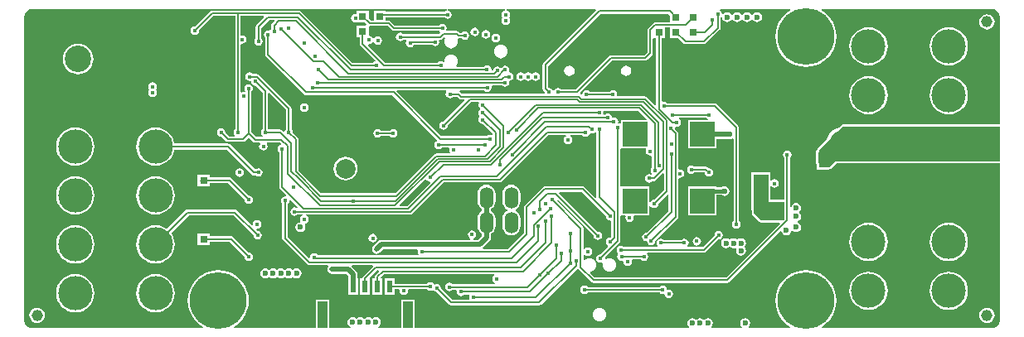
<source format=gbl>
G04*
G04 #@! TF.GenerationSoftware,Altium Limited,Altium Designer,20.0.2 (26)*
G04*
G04 Layer_Physical_Order=4*
G04 Layer_Color=16711680*
%FSLAX25Y25*%
%MOIN*%
G70*
G01*
G75*
%ADD13C,0.00394*%
%ADD17C,0.00800*%
%ADD18C,0.00500*%
%ADD19C,0.00600*%
%ADD50R,0.03543X0.03543*%
%ADD145C,0.02000*%
%ADD146C,0.11811*%
%ADD147C,0.04000*%
%ADD148C,0.01500*%
%ADD149C,0.04535*%
%ADD150O,0.04724X0.08268*%
%ADD151O,0.04724X0.09055*%
%ADD152O,0.05512X0.08661*%
%ADD153R,0.05512X0.08661*%
%ADD154C,0.07874*%
%ADD155C,0.12598*%
%ADD156C,0.10630*%
%ADD157C,0.13780*%
%ADD158C,0.22835*%
%ADD159C,0.01772*%
%ADD160C,0.02362*%
%ADD162R,0.03150X0.03150*%
%ADD163R,0.09843X0.09843*%
%ADD164R,0.05906X0.13780*%
%ADD165R,0.02362X0.04921*%
%ADD166R,0.03937X0.10630*%
G36*
X33781Y63696D02*
X12602Y42516D01*
X12361Y42157D01*
X12277Y41732D01*
Y32283D01*
X12361Y31859D01*
X12602Y31499D01*
X13277Y30824D01*
X13255Y30709D01*
X13307Y30448D01*
X12989Y30062D01*
X-20088D01*
X-20810Y30784D01*
X-21089Y30970D01*
X-21056Y31335D01*
X-21006Y31470D01*
X-11213D01*
X-11147Y31372D01*
X-10594Y31003D01*
X-9941Y30873D01*
X-9288Y31003D01*
X-8735Y31372D01*
X-8365Y31926D01*
X-8235Y32579D01*
X-8326Y33037D01*
X-8013Y33537D01*
X-4028D01*
X-3962Y33439D01*
X-3409Y33070D01*
X-2756Y32940D01*
X-2103Y33070D01*
X-1550Y33439D01*
X-1180Y33993D01*
X-1050Y34646D01*
X-1180Y35298D01*
X-727Y35392D01*
X-528Y35432D01*
X25Y35802D01*
X395Y36355D01*
X525Y37008D01*
X395Y37661D01*
X25Y38214D01*
X-528Y38584D01*
X-883Y38655D01*
X-1169Y39094D01*
X-1166Y39182D01*
X-1050Y39764D01*
X-1180Y40417D01*
X-1550Y40970D01*
X-2103Y41340D01*
X-2756Y41470D01*
X-3409Y41340D01*
X-3962Y40970D01*
X-4162Y40672D01*
X-4682Y40580D01*
X-4756Y40614D01*
X-5253Y40946D01*
X-5906Y41076D01*
X-6558Y40946D01*
X-7112Y40576D01*
X-7482Y40023D01*
X-7567Y39596D01*
X-8019Y39490D01*
X-8358Y39856D01*
X-8338Y39956D01*
X-8468Y40609D01*
X-8837Y41163D01*
X-9391Y41532D01*
X-10044Y41662D01*
X-10697Y41532D01*
X-11250Y41163D01*
X-11372Y40980D01*
X-22117D01*
X-22364Y41480D01*
X-22175Y41725D01*
X-21899Y42391D01*
X-21805Y43106D01*
X-21899Y43821D01*
X-22175Y44487D01*
X-22614Y45059D01*
X-23186Y45498D01*
X-23852Y45774D01*
X-24567Y45868D01*
X-25282Y45774D01*
X-25948Y45498D01*
X-26520Y45059D01*
X-26959Y44487D01*
X-27235Y43821D01*
X-27309Y43258D01*
X-27663Y43032D01*
X-27819Y42998D01*
X-27989Y43112D01*
X-28642Y43241D01*
X-29295Y43112D01*
X-29848Y42742D01*
X-29913Y42644D01*
X-50919D01*
X-57885Y49611D01*
X-57639Y50072D01*
X-57500Y50044D01*
X-56847Y50174D01*
X-56294Y50544D01*
X-56029Y50940D01*
X-55674Y50919D01*
X-55495Y50884D01*
X-55143Y50357D01*
X-54590Y49987D01*
X-53937Y49857D01*
X-53284Y49987D01*
X-52731Y50357D01*
X-52361Y50910D01*
X-52231Y51563D01*
X-52361Y52216D01*
X-52731Y52769D01*
X-53284Y53139D01*
X-53937Y53269D01*
X-54590Y53139D01*
X-55143Y52769D01*
X-55408Y52373D01*
X-55763Y52394D01*
X-55942Y52429D01*
X-56294Y52956D01*
X-56847Y53326D01*
X-57500Y53456D01*
X-57677Y53601D01*
Y57097D01*
X-57319Y57391D01*
X-49959D01*
X-48284Y55716D01*
X-47924Y55476D01*
X-47500Y55391D01*
X-29272D01*
X-29206Y55294D01*
X-29072Y55204D01*
X-29008Y54560D01*
X-29459Y54109D01*
X-43728D01*
X-43794Y54206D01*
X-44347Y54576D01*
X-45000Y54706D01*
X-45653Y54576D01*
X-46206Y54206D01*
X-46576Y53653D01*
X-46706Y53000D01*
X-46576Y52347D01*
X-46206Y51794D01*
X-45653Y51424D01*
X-45000Y51294D01*
X-44347Y51424D01*
X-43794Y51794D01*
X-43728Y51891D01*
X-42684D01*
X-42417Y51391D01*
X-42576Y51153D01*
X-42706Y50500D01*
X-42576Y49847D01*
X-42206Y49294D01*
X-41653Y48924D01*
X-41000Y48794D01*
X-40347Y48924D01*
X-39794Y49294D01*
X-39424Y49847D01*
X-39415Y49891D01*
X-32272D01*
X-32206Y49794D01*
X-31653Y49424D01*
X-31000Y49294D01*
X-30347Y49424D01*
X-29794Y49794D01*
X-29424Y50347D01*
X-29294Y51000D01*
X-29372Y51391D01*
X-29028Y51891D01*
X-29000D01*
X-28576Y51976D01*
X-28216Y52216D01*
X-27451Y52982D01*
X-27237Y52947D01*
X-27092Y52708D01*
X-26995Y52400D01*
X-27235Y51821D01*
X-27329Y51106D01*
X-27235Y50392D01*
X-26959Y49725D01*
X-26520Y49153D01*
X-25948Y48715D01*
X-25282Y48439D01*
X-24567Y48344D01*
X-23852Y48439D01*
X-23186Y48715D01*
X-22614Y49153D01*
X-22175Y49725D01*
X-21899Y50392D01*
X-21805Y51106D01*
X-21899Y51821D01*
X-21962Y51973D01*
X-21603Y52412D01*
X-21500Y52391D01*
X-20271D01*
X-20206Y52294D01*
X-19653Y51924D01*
X-19000Y51794D01*
X-18347Y51924D01*
X-17794Y52294D01*
X-17424Y52847D01*
X-17294Y53500D01*
X-17424Y54153D01*
X-17794Y54706D01*
X-18347Y55076D01*
X-19000Y55206D01*
X-19653Y55076D01*
X-20206Y54706D01*
X-20271Y54609D01*
X-21041D01*
X-21557Y55125D01*
X-21917Y55366D01*
X-22341Y55450D01*
X-26134D01*
X-26403Y55950D01*
X-26294Y56500D01*
X-26424Y57153D01*
X-26794Y57706D01*
X-27347Y58076D01*
X-28000Y58206D01*
X-28653Y58076D01*
X-29206Y57706D01*
X-29272Y57609D01*
X-47041D01*
X-48716Y59284D01*
X-49076Y59524D01*
X-49500Y59609D01*
X-50787D01*
Y60891D01*
X-27272D01*
X-27206Y60794D01*
X-26653Y60424D01*
X-26000Y60294D01*
X-25347Y60424D01*
X-24794Y60794D01*
X-24424Y61347D01*
X-24294Y62000D01*
X-24424Y62653D01*
X-24794Y63206D01*
X-25347Y63576D01*
X-25758Y63658D01*
X-25709Y64158D01*
X-2975D01*
X-2751Y63751D01*
X-2743Y63665D01*
X-3153Y63576D01*
X-3195Y63548D01*
X-3706Y63206D01*
X-4076Y62653D01*
X-4206Y62000D01*
X-4076Y61347D01*
X-3706Y60794D01*
Y60706D01*
X-4076Y60153D01*
X-4206Y59500D01*
X-4076Y58847D01*
X-3706Y58294D01*
X-3153Y57924D01*
X-2500Y57794D01*
X-1847Y57924D01*
X-1294Y58294D01*
X-924Y58847D01*
X-794Y59500D01*
X-924Y60153D01*
X-1294Y60706D01*
Y60794D01*
X-924Y61347D01*
X-794Y62000D01*
X-924Y62653D01*
X-1294Y63206D01*
X-1805Y63548D01*
X-1847Y63576D01*
X-2257Y63665D01*
X-2249Y63751D01*
X-2025Y64158D01*
X33590D01*
X33781Y63696D01*
D02*
G37*
G36*
X-99694Y60929D02*
X-102752Y57871D01*
X-102993Y57511D01*
X-103077Y57087D01*
Y52453D01*
X-103175Y52387D01*
X-103545Y51834D01*
X-103674Y51181D01*
X-103545Y50528D01*
X-103175Y49975D01*
X-102621Y49605D01*
X-101969Y49475D01*
X-101316Y49605D01*
X-100762Y49975D01*
X-100392Y50528D01*
X-100262Y51181D01*
X-100392Y51834D01*
X-100762Y52387D01*
X-100860Y52453D01*
Y56627D01*
X-97572Y59915D01*
X-95609D01*
X-95418Y59453D01*
X-96453Y58417D01*
X-96694Y58058D01*
X-96778Y57634D01*
Y56390D01*
X-96876Y56324D01*
X-97245Y55771D01*
X-97790Y55595D01*
X-98032Y55643D01*
X-98684Y55513D01*
X-99238Y55143D01*
X-99608Y54590D01*
X-99738Y53937D01*
X-99608Y53284D01*
X-99238Y52731D01*
X-99140Y52666D01*
Y46021D01*
X-99056Y45597D01*
X-98816Y45237D01*
X-83503Y29925D01*
X-83144Y29684D01*
X-82719Y29600D01*
X-48097D01*
X-30095Y11597D01*
X-30119Y11383D01*
X-30229Y11025D01*
X-30706Y10706D01*
X-31076Y10153D01*
X-31206Y9500D01*
X-31076Y8847D01*
X-30706Y8294D01*
X-30153Y7924D01*
X-29500Y7794D01*
X-28847Y7924D01*
X-28294Y8294D01*
X-28228Y8391D01*
X-25472D01*
X-25128Y7891D01*
X-25206Y7500D01*
X-25076Y6847D01*
X-24917Y6609D01*
X-25184Y6109D01*
X-30433D01*
X-30857Y6024D01*
X-31217Y5784D01*
X-46916Y-9915D01*
X-76706D01*
X-85899Y-722D01*
Y11811D01*
X-85984Y12235D01*
X-86224Y12595D01*
X-88096Y14468D01*
X-88073Y14583D01*
X-88203Y15236D01*
X-88573Y15789D01*
X-88671Y15854D01*
Y24195D01*
X-88755Y24619D01*
X-88996Y24979D01*
X-101809Y37792D01*
X-102168Y38032D01*
X-102593Y38117D01*
X-104240D01*
X-104306Y38214D01*
X-104859Y38584D01*
X-105512Y38714D01*
X-106165Y38584D01*
X-106718Y38214D01*
X-107088Y37661D01*
X-107218Y37008D01*
X-107088Y36355D01*
X-106718Y35802D01*
X-106165Y35432D01*
X-105512Y35302D01*
X-105305Y35343D01*
X-104856Y35039D01*
X-104726Y34387D01*
X-104356Y33833D01*
X-103803Y33463D01*
X-103150Y33333D01*
X-103034Y33356D01*
X-100290Y30612D01*
Y15870D01*
X-100387Y15805D01*
X-100757Y15251D01*
X-100887Y14598D01*
X-100757Y13946D01*
X-100387Y13392D01*
X-100134Y13223D01*
X-100286Y12723D01*
X-102887D01*
X-104797Y14633D01*
Y31012D01*
X-104699Y31077D01*
X-104329Y31631D01*
X-104200Y32283D01*
X-104329Y32936D01*
X-104699Y33490D01*
X-105253Y33860D01*
X-105905Y33990D01*
X-106558Y33860D01*
X-107112Y33490D01*
X-107482Y32936D01*
X-107612Y32283D01*
X-107482Y31631D01*
X-107205Y31217D01*
X-107441Y30804D01*
X-107514Y30768D01*
X-107874Y30840D01*
X-108527Y30710D01*
X-108596Y30664D01*
X-109096Y30931D01*
Y50019D01*
X-108710Y50336D01*
X-108500Y50294D01*
X-107847Y50424D01*
X-107294Y50794D01*
X-106924Y51347D01*
X-106794Y52000D01*
X-106924Y52653D01*
X-107294Y53206D01*
X-107847Y53576D01*
X-108500Y53706D01*
X-108710Y53664D01*
X-109096Y53982D01*
Y61391D01*
X-99885D01*
X-99694Y60929D01*
D02*
G37*
G36*
X193828Y64037D02*
X194398Y63801D01*
X194911Y63458D01*
X195348Y63022D01*
X195691Y62508D01*
X195927Y61938D01*
X196048Y61332D01*
Y61024D01*
Y17803D01*
X133000D01*
X133000Y17803D01*
X132693Y17742D01*
X132432Y17568D01*
X131362Y16497D01*
X130426Y16213D01*
X129264Y15592D01*
X128244Y14755D01*
X127408Y13736D01*
X126787Y12574D01*
X126503Y11638D01*
X122932Y8068D01*
X122758Y7807D01*
X122718Y7605D01*
X122565Y7406D01*
X122284Y6728D01*
X122189Y6000D01*
Y3000D01*
X122284Y2272D01*
X122441Y1894D01*
Y-359D01*
X127559D01*
Y-291D01*
X127807Y-242D01*
X128068Y-68D01*
X128068Y-68D01*
X130333Y2197D01*
X142607D01*
X143307Y2128D01*
X144007Y2197D01*
X174890D01*
X175591Y2128D01*
X176291Y2197D01*
X196048D01*
Y-61024D01*
X196048Y-61332D01*
X195927Y-61938D01*
X195691Y-62508D01*
X195348Y-63022D01*
X194911Y-63458D01*
X194398Y-63801D01*
X193828Y-64037D01*
X193222Y-64158D01*
X124462D01*
X124321Y-63658D01*
X125306Y-63054D01*
X126767Y-61806D01*
X128015Y-60346D01*
X129018Y-58708D01*
X129753Y-56933D01*
X130202Y-55065D01*
X130353Y-53150D01*
X130202Y-51235D01*
X129753Y-49367D01*
X129018Y-47592D01*
X128015Y-45954D01*
X126767Y-44493D01*
X125306Y-43245D01*
X123668Y-42241D01*
X121893Y-41506D01*
X120025Y-41058D01*
X118110Y-40907D01*
X116195Y-41058D01*
X114327Y-41506D01*
X112552Y-42241D01*
X110914Y-43245D01*
X109453Y-44493D01*
X108206Y-45954D01*
X107202Y-47592D01*
X106467Y-49367D01*
X106018Y-51235D01*
X105868Y-53150D01*
X106018Y-55065D01*
X106467Y-56933D01*
X107202Y-58708D01*
X108206Y-60346D01*
X109453Y-61806D01*
X110914Y-63054D01*
X111900Y-63658D01*
X111759Y-64158D01*
X95221D01*
X95069Y-63658D01*
X95120Y-63624D01*
X95555Y-62973D01*
X95708Y-62205D01*
X95555Y-61437D01*
X95120Y-60786D01*
X94469Y-60350D01*
X93701Y-60198D01*
X92933Y-60350D01*
X92282Y-60786D01*
X91847Y-61437D01*
X91694Y-62205D01*
X91847Y-62973D01*
X92282Y-63624D01*
X92332Y-63658D01*
X92181Y-64158D01*
X80260D01*
X80109Y-63658D01*
X80159Y-63624D01*
X80594Y-62973D01*
X80747Y-62205D01*
X80594Y-61437D01*
X80159Y-60786D01*
X79508Y-60350D01*
X78740Y-60198D01*
X77972Y-60350D01*
X77522Y-60651D01*
X77165Y-60745D01*
X76809Y-60651D01*
X76359Y-60350D01*
X75591Y-60198D01*
X74822Y-60350D01*
X74372Y-60651D01*
X74016Y-60745D01*
X73660Y-60651D01*
X73209Y-60350D01*
X72441Y-60198D01*
X71673Y-60350D01*
X71022Y-60786D01*
X70587Y-61437D01*
X70434Y-62205D01*
X70587Y-62973D01*
X71022Y-63624D01*
X71073Y-63658D01*
X70921Y-64158D01*
X-39173D01*
Y-52756D01*
X-44685D01*
Y-64158D01*
X-53870D01*
X-53956Y-63665D01*
X-53305Y-63230D01*
X-52870Y-62579D01*
X-52717Y-61811D01*
X-52870Y-61043D01*
X-53305Y-60392D01*
X-53956Y-59957D01*
X-54724Y-59804D01*
X-55493Y-59957D01*
X-55943Y-60258D01*
X-56299Y-60351D01*
X-56655Y-60258D01*
X-57106Y-59957D01*
X-57874Y-59804D01*
X-58642Y-59957D01*
X-59293Y-60392D01*
X-59604D01*
X-60255Y-59957D01*
X-61024Y-59804D01*
X-61792Y-59957D01*
X-62242Y-60258D01*
X-62598Y-60351D01*
X-62955Y-60258D01*
X-63405Y-59957D01*
X-64173Y-59804D01*
X-64941Y-59957D01*
X-65592Y-60392D01*
X-66027Y-61043D01*
X-66180Y-61811D01*
X-66027Y-62579D01*
X-65592Y-63230D01*
X-64941Y-63665D01*
X-65028Y-64158D01*
X-73425D01*
Y-52756D01*
X-78937D01*
Y-64158D01*
X-111759D01*
X-111900Y-63658D01*
X-110914Y-63054D01*
X-109453Y-61806D01*
X-108206Y-60346D01*
X-107202Y-58708D01*
X-106467Y-56933D01*
X-106018Y-55065D01*
X-105868Y-53150D01*
X-106018Y-51235D01*
X-106467Y-49367D01*
X-107202Y-47592D01*
X-108206Y-45954D01*
X-109453Y-44493D01*
X-110914Y-43245D01*
X-112552Y-42241D01*
X-114327Y-41506D01*
X-116195Y-41058D01*
X-118110Y-40907D01*
X-120025Y-41058D01*
X-121893Y-41506D01*
X-123668Y-42241D01*
X-125306Y-43245D01*
X-126767Y-44493D01*
X-128015Y-45954D01*
X-129018Y-47592D01*
X-129753Y-49367D01*
X-130202Y-51235D01*
X-130353Y-53150D01*
X-130202Y-55065D01*
X-129753Y-56933D01*
X-129018Y-58708D01*
X-128015Y-60346D01*
X-126767Y-61806D01*
X-125306Y-63054D01*
X-124321Y-63658D01*
X-124462Y-64158D01*
X-193222D01*
X-193828Y-64037D01*
X-194398Y-63801D01*
X-194911Y-63458D01*
X-195348Y-63022D01*
X-195691Y-62508D01*
X-195927Y-61938D01*
X-196048Y-61332D01*
Y-61024D01*
Y61024D01*
Y61332D01*
X-195927Y61938D01*
X-195691Y62508D01*
X-195348Y63022D01*
X-194911Y63458D01*
X-194398Y63801D01*
X-193828Y64037D01*
X-193222Y64158D01*
X-26291D01*
X-26242Y63658D01*
X-26653Y63576D01*
X-27206Y63206D01*
X-27272Y63109D01*
X-50787D01*
Y63583D01*
X-55512D01*
Y59609D01*
X-56860D01*
X-57677Y60426D01*
Y63583D01*
X-62402D01*
Y62481D01*
X-62788Y62164D01*
X-63000Y62206D01*
X-63653Y62076D01*
X-64206Y61706D01*
X-64576Y61153D01*
X-64706Y60500D01*
X-64576Y59847D01*
X-64206Y59294D01*
X-63653Y58924D01*
X-63000Y58794D01*
X-62455Y58902D01*
X-62402Y58858D01*
Y58858D01*
X-59245D01*
X-58564Y58177D01*
X-58771Y57677D01*
X-62402D01*
Y52953D01*
X-61148D01*
Y50197D01*
X-61064Y49773D01*
X-60823Y49413D01*
X-55004Y43594D01*
X-55115Y43121D01*
X-55177Y43060D01*
X-55706Y42706D01*
X-55771Y42609D01*
X-64041D01*
X-84716Y63284D01*
X-85076Y63524D01*
X-85500Y63609D01*
X-120571D01*
X-120995Y63524D01*
X-121355Y63284D01*
X-127444Y57195D01*
X-127559Y57218D01*
X-128212Y57088D01*
X-128765Y56718D01*
X-129135Y56165D01*
X-129265Y55512D01*
X-129135Y54859D01*
X-128765Y54305D01*
X-128212Y53936D01*
X-127559Y53806D01*
X-126906Y53936D01*
X-126353Y54305D01*
X-125983Y54859D01*
X-125853Y55512D01*
X-125876Y55627D01*
X-120112Y61391D01*
X-111313D01*
Y15870D01*
X-111411Y15805D01*
X-111781Y15251D01*
X-111911Y14598D01*
X-111781Y13946D01*
X-111430Y13420D01*
X-111462Y13268D01*
X-111604Y12920D01*
X-113714D01*
X-115246Y14452D01*
X-115223Y14567D01*
X-115353Y15220D01*
X-115723Y15773D01*
X-116276Y16143D01*
X-116929Y16273D01*
X-117582Y16143D01*
X-118135Y15773D01*
X-118505Y15220D01*
X-118635Y14567D01*
X-118505Y13914D01*
X-118135Y13361D01*
X-117582Y12991D01*
X-116929Y12861D01*
X-116814Y12884D01*
X-114957Y11027D01*
X-114597Y10787D01*
X-114173Y10702D01*
X-108268D01*
X-107843Y10787D01*
X-107484Y11027D01*
X-105905Y12605D01*
X-104130Y10830D01*
X-103771Y10590D01*
X-103347Y10505D01*
X-101590D01*
X-101340Y10006D01*
X-101576Y9653D01*
X-101706Y9000D01*
X-101576Y8347D01*
X-101206Y7794D01*
X-100653Y7424D01*
X-100000Y7294D01*
X-99347Y7424D01*
X-98794Y7794D01*
X-98424Y8347D01*
X-98294Y9000D01*
X-98424Y9653D01*
X-98659Y10006D01*
X-98410Y10505D01*
X-93176D01*
X-92720Y10050D01*
X-92885Y9507D01*
X-93172Y9450D01*
X-93726Y9080D01*
X-94096Y8527D01*
X-94226Y7874D01*
X-94096Y7221D01*
X-93726Y6668D01*
X-93628Y6602D01*
Y-7480D01*
X-93544Y-7905D01*
X-93304Y-8264D01*
X-90797Y-10771D01*
X-91044Y-11232D01*
X-91244Y-11192D01*
X-91897Y-11321D01*
X-92450Y-11691D01*
X-92820Y-12245D01*
X-92950Y-12898D01*
X-92820Y-13551D01*
X-92450Y-14104D01*
X-92353Y-14169D01*
Y-28047D01*
X-92268Y-28471D01*
X-92028Y-28831D01*
X-82280Y-38579D01*
X-81920Y-38820D01*
X-81496Y-38904D01*
X-74160D01*
X-73917Y-39404D01*
X-74184Y-39803D01*
X-74322Y-40500D01*
X-74184Y-41197D01*
X-73789Y-41789D01*
X-73197Y-42184D01*
X-72500Y-42322D01*
X-66755D01*
X-65799Y-43279D01*
Y-44193D01*
X-65945D01*
Y-50689D01*
X-62008D01*
Y-44193D01*
X-62154D01*
Y-42524D01*
X-62154Y-42524D01*
X-62293Y-41826D01*
X-62688Y-41235D01*
X-62688Y-41235D01*
X-64519Y-39404D01*
X-64312Y-38904D01*
X-56140D01*
X-55932Y-39404D01*
X-59839Y-43310D01*
X-60079Y-43670D01*
X-60164Y-44094D01*
Y-44193D01*
X-61024D01*
Y-50689D01*
X-57087D01*
Y-44193D01*
X-57087D01*
X-57233Y-43840D01*
X-54265Y-40872D01*
X-53724D01*
X-53532Y-41334D01*
X-54918Y-42720D01*
X-55158Y-43080D01*
X-55243Y-43504D01*
Y-44193D01*
X-56102D01*
Y-50689D01*
X-52165D01*
Y-44193D01*
X-52548D01*
X-52755Y-43693D01*
X-51509Y-42447D01*
X-7208D01*
X-6960Y-42911D01*
X-6966Y-42947D01*
X-7490Y-43298D01*
X-7860Y-43851D01*
X-7989Y-44504D01*
X-7860Y-45157D01*
X-7490Y-45710D01*
X-7013Y-46029D01*
X-7035Y-46358D01*
X-7096Y-46529D01*
X-23925D01*
X-23990Y-46431D01*
X-24544Y-46062D01*
X-25197Y-45932D01*
X-25850Y-46062D01*
X-26403Y-46431D01*
X-26773Y-46985D01*
X-26903Y-47638D01*
X-26773Y-48291D01*
X-26403Y-48844D01*
X-25850Y-49214D01*
X-25197Y-49344D01*
X-24544Y-49214D01*
X-23990Y-48844D01*
X-23925Y-48746D01*
X-22466D01*
X-22107Y-49246D01*
X-22178Y-49606D01*
X-22049Y-50259D01*
X-21679Y-50813D01*
X-21125Y-51182D01*
X-20472Y-51312D01*
X-19820Y-51182D01*
X-19266Y-50813D01*
X-19201Y-50715D01*
X-17224D01*
X-16988Y-51156D01*
X-17029Y-51217D01*
X-17159Y-51870D01*
X-17068Y-52328D01*
X-17380Y-52828D01*
X-23950D01*
X-28632Y-48147D01*
X-28609Y-48031D01*
X-28739Y-47379D01*
X-29109Y-46825D01*
X-29662Y-46455D01*
X-30315Y-46325D01*
X-30968Y-46455D01*
X-31350Y-46711D01*
X-31668Y-46235D01*
X-32221Y-45865D01*
X-32874Y-45735D01*
X-33527Y-45865D01*
X-34080Y-46235D01*
X-34146Y-46332D01*
X-47244D01*
Y-44193D01*
X-51181D01*
Y-50689D01*
X-47244D01*
Y-48550D01*
X-45585D01*
X-45175Y-49050D01*
X-45206Y-49206D01*
X-45076Y-49859D01*
X-44706Y-50412D01*
X-44153Y-50782D01*
X-43500Y-50912D01*
X-42847Y-50782D01*
X-42294Y-50412D01*
X-41924Y-49859D01*
X-41794Y-49206D01*
X-41825Y-49050D01*
X-41415Y-48550D01*
X-34146D01*
X-34080Y-48647D01*
X-33527Y-49017D01*
X-32874Y-49147D01*
X-32221Y-49017D01*
X-31839Y-48762D01*
X-31521Y-49238D01*
X-30968Y-49608D01*
X-30315Y-49737D01*
X-30200Y-49714D01*
X-25193Y-54721D01*
X-24834Y-54961D01*
X-24409Y-55046D01*
X10947D01*
X11371Y-54961D01*
X11731Y-54721D01*
X26084Y-40368D01*
X26701Y-40458D01*
X26758Y-40543D01*
X31881Y-45666D01*
X32241Y-45906D01*
X32665Y-45991D01*
X86614D01*
X87038Y-45906D01*
X87398Y-45666D01*
X107859Y-25205D01*
X108338Y-25350D01*
X108382Y-25571D01*
X108817Y-26222D01*
X109468Y-26657D01*
X110236Y-26810D01*
X111004Y-26657D01*
X111655Y-26222D01*
X112091Y-25571D01*
X112186Y-25091D01*
X112717Y-24986D01*
X112754Y-25041D01*
X113405Y-25476D01*
X114173Y-25629D01*
X114941Y-25476D01*
X115593Y-25041D01*
X116027Y-24390D01*
X116180Y-23622D01*
X116027Y-22854D01*
X115593Y-22203D01*
X114941Y-21768D01*
X114659Y-21712D01*
Y-21202D01*
X114941Y-21146D01*
X115593Y-20711D01*
X116027Y-20059D01*
X116180Y-19291D01*
X116027Y-18523D01*
X115593Y-17872D01*
X115439Y-17770D01*
Y-17270D01*
X115593Y-17167D01*
X116027Y-16516D01*
X116180Y-15748D01*
X116027Y-14980D01*
X115593Y-14329D01*
X114941Y-13894D01*
X114173Y-13741D01*
X113405Y-13894D01*
X112754Y-14329D01*
X112319Y-14980D01*
X112239Y-15384D01*
X111739Y-15335D01*
Y4240D01*
X111836Y4306D01*
X112206Y4859D01*
X112336Y5512D01*
X112206Y6165D01*
X111836Y6718D01*
X111283Y7088D01*
X110630Y7218D01*
X109977Y7088D01*
X109424Y6718D01*
X109054Y6165D01*
X108924Y5512D01*
X109054Y4859D01*
X109424Y4306D01*
X109521Y4240D01*
Y-12583D01*
X103740D01*
Y-7248D01*
X104239Y-7096D01*
X104306Y-7194D01*
X104859Y-7564D01*
X105512Y-7694D01*
X106165Y-7564D01*
X106718Y-7194D01*
X107088Y-6641D01*
X107218Y-5988D01*
X107088Y-5335D01*
X106718Y-4782D01*
X106165Y-4412D01*
X105512Y-4282D01*
X104859Y-4412D01*
X104306Y-4782D01*
X104239Y-4881D01*
X103740Y-4729D01*
Y-1379D01*
X96259D01*
Y-16733D01*
X96441D01*
Y-18110D01*
X96441Y-18110D01*
X96502Y-18417D01*
X96676Y-18678D01*
X96676Y-18678D01*
X99432Y-21434D01*
X99693Y-21608D01*
X100000Y-21669D01*
X107606D01*
X107797Y-22131D01*
X86155Y-43773D01*
X33124D01*
X31406Y-42055D01*
X31585Y-41527D01*
X31892Y-41487D01*
X32558Y-41211D01*
X33130Y-40772D01*
X33569Y-40200D01*
X33845Y-39534D01*
X33939Y-38819D01*
X33845Y-38104D01*
X33569Y-37438D01*
X33130Y-36866D01*
X32558Y-36427D01*
X31892Y-36151D01*
X31177Y-36057D01*
X30462Y-36151D01*
X29796Y-36427D01*
X29224Y-36866D01*
X29151Y-36962D01*
X28651Y-36792D01*
Y-34644D01*
X29151Y-34493D01*
X29294Y-34706D01*
X29847Y-35076D01*
X30500Y-35206D01*
X31153Y-35076D01*
X31706Y-34706D01*
X32076Y-34153D01*
X32206Y-33500D01*
X32076Y-32847D01*
X31706Y-32294D01*
X31153Y-31924D01*
X30500Y-31794D01*
X29847Y-31924D01*
X29294Y-32294D01*
X29151Y-32507D01*
X28651Y-32356D01*
Y-24042D01*
X28567Y-23618D01*
X28326Y-23258D01*
X17968Y-12900D01*
X17989Y-12764D01*
X18520Y-12588D01*
X32817Y-26885D01*
X32794Y-27000D01*
X32924Y-27653D01*
X33294Y-28206D01*
X33847Y-28576D01*
X34500Y-28706D01*
X35153Y-28576D01*
X35706Y-28206D01*
X36076Y-27653D01*
X36206Y-27000D01*
X36076Y-26347D01*
X35706Y-25794D01*
X35153Y-25424D01*
X34500Y-25294D01*
X34385Y-25317D01*
X18906Y-9838D01*
X19098Y-9376D01*
X27887D01*
X37687Y-19176D01*
X37664Y-19291D01*
X37794Y-19944D01*
X38164Y-20498D01*
X38717Y-20867D01*
X39370Y-20997D01*
X39561Y-20959D01*
X39947Y-21277D01*
Y-27483D01*
X39582Y-27810D01*
X39500Y-27794D01*
X38847Y-27924D01*
X38294Y-28294D01*
X37924Y-28847D01*
X37794Y-29500D01*
X37924Y-30153D01*
X38294Y-30706D01*
X38521Y-30858D01*
X38590Y-31496D01*
X35548Y-34537D01*
X35433Y-34514D01*
X34780Y-34644D01*
X34227Y-35014D01*
X33857Y-35568D01*
X33727Y-36220D01*
X33857Y-36873D01*
X34227Y-37427D01*
X34780Y-37797D01*
X35433Y-37927D01*
X36086Y-37797D01*
X36099Y-37788D01*
X36481Y-38082D01*
X36508Y-38116D01*
X36415Y-38819D01*
X36509Y-39534D01*
X36785Y-40200D01*
X37224Y-40772D01*
X37796Y-41211D01*
X38462Y-41487D01*
X39177Y-41581D01*
X39892Y-41487D01*
X40558Y-41211D01*
X41130Y-40772D01*
X41569Y-40200D01*
X41845Y-39534D01*
X41939Y-38819D01*
X41845Y-38104D01*
X41569Y-37438D01*
X41130Y-36866D01*
X40558Y-36427D01*
X39892Y-36151D01*
X39177Y-36057D01*
X38462Y-36151D01*
X37891Y-36388D01*
X37572Y-36274D01*
X37363Y-36130D01*
X37338Y-35883D01*
X43304Y-29918D01*
X43544Y-29558D01*
X43628Y-29134D01*
Y-19171D01*
X43701Y-18701D01*
X44128Y-18701D01*
X45480D01*
X45716Y-19142D01*
X45668Y-19213D01*
X45538Y-19866D01*
X45668Y-20519D01*
X46038Y-21072D01*
X46591Y-21442D01*
X47244Y-21572D01*
X47897Y-21442D01*
X48450Y-21072D01*
X48820Y-20519D01*
X48950Y-19866D01*
X48820Y-19213D01*
X48772Y-19142D01*
X49008Y-18701D01*
X55118D01*
Y-15139D01*
X55618Y-14987D01*
X55880Y-15380D01*
X56434Y-15749D01*
X57087Y-15879D01*
X57740Y-15749D01*
X58293Y-15380D01*
X58663Y-14826D01*
X58793Y-14173D01*
X58770Y-14058D01*
X62429Y-10398D01*
X62891Y-10590D01*
Y-17037D01*
X54052Y-25876D01*
X53937Y-25853D01*
X53284Y-25983D01*
X52731Y-26353D01*
X52361Y-26906D01*
X52231Y-27559D01*
X52361Y-28212D01*
X52731Y-28765D01*
X53284Y-29135D01*
X53937Y-29265D01*
X54215Y-29210D01*
X54329Y-29787D01*
X54699Y-30340D01*
X55253Y-30710D01*
X55905Y-30840D01*
X56558Y-30710D01*
X57112Y-30340D01*
X57482Y-29787D01*
X57612Y-29134D01*
X57589Y-29019D01*
X66470Y-20137D01*
X66710Y-19778D01*
X66795Y-19354D01*
Y-4075D01*
X67295Y-3665D01*
X67500Y-3706D01*
X68153Y-3576D01*
X68706Y-3206D01*
X69076Y-2653D01*
X69206Y-2000D01*
X69076Y-1347D01*
X68706Y-794D01*
X68153Y-424D01*
X67500Y-294D01*
X67295Y-335D01*
X66795Y75D01*
Y14235D01*
X66710Y14660D01*
X66470Y15019D01*
X65463Y16027D01*
X65486Y16142D01*
X65428Y16430D01*
X65853Y16855D01*
X66142Y16798D01*
X66795Y16928D01*
X67348Y17298D01*
X67718Y17851D01*
X67848Y18504D01*
X67718Y19157D01*
X67348Y19710D01*
X67245Y19779D01*
X67134Y20455D01*
X67204Y20545D01*
X77862D01*
X77928Y20447D01*
X78481Y20077D01*
X78930Y19988D01*
X78880Y19488D01*
X70866D01*
Y8071D01*
X82284D01*
Y11957D01*
X86586D01*
X86633Y11925D01*
X87402Y11772D01*
X88170Y11925D01*
X88549Y12179D01*
X89049Y11911D01*
Y-21169D01*
X88951Y-21235D01*
X88581Y-21788D01*
X88451Y-22441D01*
X88581Y-23094D01*
X88951Y-23647D01*
X89505Y-24017D01*
X90158Y-24147D01*
X90810Y-24017D01*
X91364Y-23647D01*
X91734Y-23094D01*
X91864Y-22441D01*
X91734Y-21788D01*
X91364Y-21235D01*
X91266Y-21169D01*
Y16578D01*
X91182Y17002D01*
X90942Y17362D01*
X82322Y25981D01*
X81963Y26221D01*
X81538Y26305D01*
X62295D01*
X62230Y26403D01*
X61677Y26773D01*
X61024Y26903D01*
X60664Y26831D01*
X60164Y27190D01*
Y52559D01*
X61417D01*
Y56765D01*
X63583D01*
Y52559D01*
X66739D01*
X68901Y50397D01*
X69261Y50157D01*
X69685Y50072D01*
X77165D01*
X77590Y50157D01*
X77949Y50397D01*
X83461Y55909D01*
X83701Y56269D01*
X83786Y56693D01*
Y60796D01*
X84020Y60988D01*
X84536Y60783D01*
X84646Y60232D01*
X85081Y59581D01*
X85732Y59146D01*
X86500Y58993D01*
X87268Y59146D01*
X87919Y59581D01*
X88216Y60025D01*
X88784D01*
X89081Y59581D01*
X89732Y59146D01*
X90500Y58993D01*
X91268Y59146D01*
X91919Y59581D01*
X92216Y60025D01*
X92784D01*
X93081Y59581D01*
X93732Y59146D01*
X94500Y58993D01*
X95268Y59146D01*
X95919Y59581D01*
X96216Y60025D01*
X96784D01*
X97081Y59581D01*
X97732Y59146D01*
X98500Y58993D01*
X99268Y59146D01*
X99919Y59581D01*
X100354Y60232D01*
X100507Y61000D01*
X100354Y61768D01*
X99919Y62419D01*
X99268Y62854D01*
X98500Y63007D01*
X97732Y62854D01*
X97081Y62419D01*
X96784Y61975D01*
X96216D01*
X95919Y62419D01*
X95268Y62854D01*
X94500Y63007D01*
X93732Y62854D01*
X93081Y62419D01*
X92784Y61975D01*
X92216D01*
X91919Y62419D01*
X91268Y62854D01*
X90500Y63007D01*
X89732Y62854D01*
X89081Y62419D01*
X88784Y61975D01*
X88216D01*
X87919Y62419D01*
X87268Y62854D01*
X86500Y63007D01*
X85732Y62854D01*
X85081Y62419D01*
X84873Y62109D01*
X84534Y62175D01*
X84372Y62259D01*
X84253Y62858D01*
X83884Y63411D01*
X83514Y63658D01*
X83666Y64158D01*
X111759D01*
X111900Y63658D01*
X110914Y63054D01*
X109453Y61806D01*
X108206Y60346D01*
X107202Y58708D01*
X106467Y56933D01*
X106018Y55065D01*
X105868Y53150D01*
X106018Y51235D01*
X106467Y49367D01*
X107202Y47592D01*
X108206Y45954D01*
X109453Y44493D01*
X110914Y43245D01*
X112552Y42241D01*
X114327Y41506D01*
X116195Y41058D01*
X118110Y40907D01*
X120025Y41058D01*
X121893Y41506D01*
X123668Y42241D01*
X125306Y43245D01*
X126767Y44493D01*
X128015Y45954D01*
X129018Y47592D01*
X129753Y49367D01*
X130202Y51235D01*
X130353Y53150D01*
X130202Y55065D01*
X129753Y56933D01*
X129018Y58708D01*
X128015Y60346D01*
X126767Y61806D01*
X125306Y63054D01*
X124321Y63658D01*
X124462Y64158D01*
X193222D01*
X193828Y64037D01*
D02*
G37*
G36*
X63583Y61621D02*
Y58983D01*
X57480D01*
X57056Y58898D01*
X56696Y58658D01*
X54728Y56690D01*
X54488Y56330D01*
X54403Y55905D01*
Y46916D01*
X53084Y45597D01*
X39764D01*
X39340Y45513D01*
X38980Y45272D01*
X25525Y31817D01*
X19775D01*
X19710Y31915D01*
X19157Y32285D01*
X18504Y32415D01*
X17851Y32285D01*
X17298Y31915D01*
X17010Y31485D01*
X16891Y31454D01*
X16573D01*
X16454Y31485D01*
X16167Y31915D01*
X15613Y32285D01*
X14961Y32415D01*
X14845Y32392D01*
X14494Y32743D01*
Y41273D01*
X35499Y62277D01*
X62927D01*
X63583Y61621D01*
D02*
G37*
G36*
X57946Y25749D02*
X57485Y25558D01*
X54305Y28737D01*
X53946Y28977D01*
X53521Y29061D01*
X42545D01*
X42186Y29561D01*
X42257Y29921D01*
X42127Y30574D01*
X41758Y31128D01*
X41204Y31497D01*
X40551Y31627D01*
X39898Y31497D01*
X39345Y31128D01*
X39280Y31030D01*
X31193D01*
X31128Y31128D01*
X30574Y31497D01*
X29921Y31627D01*
X29268Y31497D01*
X28715Y31128D01*
X28345Y30574D01*
X28255Y30121D01*
X27767Y29882D01*
X27459Y30045D01*
X27376Y30532D01*
X40223Y43380D01*
X53543D01*
X53968Y43464D01*
X54327Y43704D01*
X56296Y45673D01*
X56536Y46032D01*
X56621Y46457D01*
Y52089D01*
X56693Y52559D01*
X57946D01*
Y25749D01*
D02*
G37*
G36*
X54072Y19950D02*
X53881Y19488D01*
X43701D01*
Y18289D01*
X43260Y18053D01*
X43173Y18112D01*
X42973Y18151D01*
X42521Y18245D01*
X42651Y18898D01*
X42521Y19550D01*
X42151Y20104D01*
X41598Y20474D01*
X40945Y20604D01*
X40292Y20474D01*
X40198Y20926D01*
X40159Y21125D01*
X39789Y21679D01*
X39236Y22049D01*
X38583Y22178D01*
X37930Y22049D01*
X37376Y21679D01*
X36932Y21731D01*
X36636Y22147D01*
X36706Y22500D01*
X36646Y22801D01*
X37033Y23301D01*
X50722D01*
X54072Y19950D01*
D02*
G37*
G36*
X-90888Y23736D02*
Y15854D01*
X-90986Y15789D01*
X-91356Y15236D01*
X-91413Y14948D01*
X-91955Y14783D01*
X-92555Y15382D01*
X-92914Y15623D01*
X-93339Y15707D01*
X-97909D01*
X-97975Y15805D01*
X-98072Y15870D01*
Y30266D01*
X-97610Y30458D01*
X-90888Y23736D01*
D02*
G37*
G36*
X33659Y14450D02*
X33931Y14302D01*
Y-11539D01*
X33940Y-11586D01*
X33479Y-11833D01*
X29130Y-7484D01*
X28771Y-7243D01*
X28346Y-7159D01*
X13232D01*
X12808Y-7243D01*
X12448Y-7484D01*
X5122Y-14810D01*
X4881Y-15170D01*
X4797Y-15595D01*
Y-25919D01*
X-1640Y-32356D01*
X-11660D01*
X-11812Y-31856D01*
X-11711Y-31789D01*
X-8948Y-29025D01*
X-8948Y-29025D01*
X-8552Y-28434D01*
X-8414Y-27736D01*
X-8414Y-27736D01*
Y-26296D01*
X-7709Y-25756D01*
X-7141Y-25015D01*
X-6784Y-24153D01*
X-6662Y-23228D01*
Y-20079D01*
X-6784Y-19154D01*
X-7141Y-18292D01*
X-7709Y-17552D01*
X-8414Y-17011D01*
Y-16296D01*
X-7709Y-15755D01*
X-7141Y-15015D01*
X-6784Y-14153D01*
X-6662Y-13228D01*
Y-10079D01*
X-6784Y-9154D01*
X-7141Y-8292D01*
X-7709Y-7552D01*
X-8449Y-6984D01*
X-9311Y-6627D01*
X-10236Y-6505D01*
X-11161Y-6627D01*
X-12023Y-6984D01*
X-12763Y-7552D01*
X-13331Y-8292D01*
X-13688Y-9154D01*
X-13810Y-10079D01*
Y-13228D01*
X-13688Y-14153D01*
X-13331Y-15015D01*
X-12763Y-15755D01*
X-12059Y-16296D01*
Y-17011D01*
X-12763Y-17552D01*
X-13331Y-18292D01*
X-13688Y-19154D01*
X-13810Y-20079D01*
Y-23228D01*
X-13688Y-24153D01*
X-13331Y-25015D01*
X-12763Y-25756D01*
X-12059Y-26296D01*
Y-26981D01*
X-13755Y-28678D01*
X-15364D01*
X-15457Y-28186D01*
X-14904Y-27817D01*
X-14534Y-27263D01*
X-14404Y-26610D01*
X-14534Y-25957D01*
X-14904Y-25404D01*
X-15457Y-25034D01*
X-16110Y-24904D01*
X-16763Y-25034D01*
X-17317Y-25404D01*
X-17686Y-25957D01*
X-17816Y-26610D01*
X-17686Y-27263D01*
X-17317Y-27817D01*
X-16763Y-28186D01*
X-16857Y-28678D01*
X-52500D01*
X-52500Y-28678D01*
X-53197Y-28816D01*
X-53789Y-29211D01*
X-53789Y-29211D01*
X-55789Y-31211D01*
X-56184Y-31803D01*
X-56322Y-32500D01*
X-56184Y-33197D01*
X-55789Y-33789D01*
X-55197Y-34184D01*
X-54500Y-34322D01*
X-53803Y-34184D01*
X-53211Y-33789D01*
X-51745Y-32322D01*
X-38066D01*
X-37782Y-32732D01*
X-37799Y-32822D01*
X-37927Y-33465D01*
X-37797Y-34117D01*
X-37598Y-34415D01*
X-37865Y-34915D01*
X-78124D01*
X-78321Y-34620D01*
X-78875Y-34251D01*
X-79527Y-34121D01*
X-80180Y-34251D01*
X-80734Y-34620D01*
X-81104Y-35174D01*
X-81226Y-35790D01*
X-81369Y-35882D01*
X-81705Y-36018D01*
X-90135Y-27588D01*
Y-14169D01*
X-90038Y-14104D01*
X-89668Y-13551D01*
X-89538Y-12898D01*
X-89578Y-12697D01*
X-89117Y-12451D01*
X-86187Y-15381D01*
X-86344Y-15931D01*
X-86440Y-15953D01*
X-86749Y-15747D01*
X-87402Y-15617D01*
X-88054Y-15747D01*
X-88608Y-16116D01*
X-88978Y-16670D01*
X-89108Y-17323D01*
X-88978Y-17976D01*
X-88608Y-18529D01*
X-88054Y-18899D01*
X-87402Y-19029D01*
X-86749Y-18899D01*
X-86195Y-18529D01*
X-86130Y-18431D01*
X-84241D01*
X-84153Y-18924D01*
X-84706Y-19294D01*
X-85076Y-19847D01*
X-85206Y-20500D01*
X-85076Y-21151D01*
X-85076Y-21153D01*
X-85330Y-21673D01*
X-85807Y-21768D01*
X-86459Y-22203D01*
X-86894Y-22854D01*
X-87046Y-23622D01*
X-86894Y-24390D01*
X-86459Y-25041D01*
X-85807Y-25476D01*
X-85039Y-25629D01*
X-84271Y-25476D01*
X-83620Y-25041D01*
X-83185Y-24390D01*
X-83032Y-23622D01*
X-83185Y-22854D01*
X-83303Y-22677D01*
X-83073Y-22121D01*
X-82847Y-22076D01*
X-82294Y-21706D01*
X-81924Y-21153D01*
X-81794Y-20500D01*
X-81924Y-19847D01*
X-82294Y-19294D01*
X-82847Y-18924D01*
X-82759Y-18431D01*
X-40945D01*
X-40521Y-18347D01*
X-40161Y-18107D01*
X-27494Y-5439D01*
X-4831D01*
X-4406Y-5355D01*
X-4047Y-5115D01*
X14526Y13458D01*
X21519D01*
X21671Y12958D01*
X21294Y12706D01*
X20924Y12153D01*
X20794Y11500D01*
X20924Y10847D01*
X21294Y10294D01*
X21847Y9924D01*
X22500Y9794D01*
X23153Y9924D01*
X23706Y10294D01*
X24076Y10847D01*
X24206Y11500D01*
X24076Y12153D01*
X23706Y12706D01*
X23329Y12958D01*
X23481Y13458D01*
X28256D01*
X28321Y13361D01*
X28875Y12991D01*
X29528Y12861D01*
X30180Y12991D01*
X30734Y13361D01*
X31104Y13914D01*
X31123Y14011D01*
X31509Y14171D01*
X31664Y14165D01*
X32283Y14042D01*
X32936Y14172D01*
X33445Y14512D01*
X33659Y14450D01*
D02*
G37*
G36*
X-26364Y30970D02*
X-26576Y30653D01*
X-26706Y30000D01*
X-26576Y29347D01*
X-26206Y28794D01*
X-25653Y28424D01*
X-25000Y28294D01*
X-24347Y28424D01*
X-23794Y28794D01*
X-23728Y28891D01*
X-22054D01*
X-21331Y28169D01*
X-20971Y27928D01*
X-20547Y27844D01*
X-19259D01*
X-19068Y27382D01*
X-27444Y19006D01*
X-27559Y19029D01*
X-28212Y18899D01*
X-28765Y18529D01*
X-29135Y17976D01*
X-29265Y17323D01*
X-29135Y16670D01*
X-28765Y16116D01*
X-28212Y15747D01*
X-27559Y15617D01*
X-26906Y15747D01*
X-26353Y16116D01*
X-25983Y16670D01*
X-25853Y17323D01*
X-25876Y17438D01*
X-16470Y26844D01*
X-13587D01*
X-13320Y26344D01*
X-13387Y26243D01*
X-13517Y25591D01*
X-13387Y24938D01*
X-13017Y24384D01*
X-12840Y24266D01*
Y23766D01*
X-13017Y23647D01*
X-13387Y23094D01*
X-13517Y22441D01*
X-13387Y21788D01*
X-13137Y21413D01*
X-13057Y21063D01*
X-13137Y20713D01*
X-13387Y20338D01*
X-13517Y19685D01*
X-13387Y19032D01*
X-13017Y18479D01*
X-12464Y18109D01*
X-11811Y17979D01*
X-11696Y18002D01*
X-7821Y14127D01*
X-7855Y13848D01*
X-8327Y13587D01*
X-8387Y13584D01*
X-9000Y13706D01*
X-9653Y13576D01*
X-10206Y13206D01*
X-10272Y13109D01*
X-28470D01*
X-46369Y31008D01*
X-46178Y31470D01*
X-26631D01*
X-26364Y30970D01*
D02*
G37*
G36*
X196048Y3000D02*
X130000D01*
X127500Y500D01*
X123500D01*
Y7500D01*
X133000Y17000D01*
X196048D01*
Y3000D01*
D02*
G37*
G36*
X53908Y7571D02*
X53794Y7000D01*
X53924Y6347D01*
X54294Y5794D01*
X54847Y5424D01*
X55500Y5294D01*
X55761Y5346D01*
X56261Y4940D01*
Y399D01*
X55904Y-134D01*
X55774Y-787D01*
X55904Y-1440D01*
X56231Y-1929D01*
X56262Y-2078D01*
X56196Y-2543D01*
X56118Y-2593D01*
X55771Y-2361D01*
X55118Y-2231D01*
X54465Y-2361D01*
X53912Y-2731D01*
X53542Y-3284D01*
X53412Y-3937D01*
X53542Y-4590D01*
X53912Y-5143D01*
X54465Y-5513D01*
X55118Y-5643D01*
X55771Y-5513D01*
X56324Y-5143D01*
X56390Y-5046D01*
X57087D01*
X57511Y-4961D01*
X57871Y-4721D01*
X60634Y-1957D01*
X61096Y-2149D01*
Y-8596D01*
X57202Y-12490D01*
X57087Y-12467D01*
X56434Y-12597D01*
X55880Y-12967D01*
X55618Y-13359D01*
X55118Y-13208D01*
Y-7283D01*
X44128D01*
X43701Y-7283D01*
X43628Y-6813D01*
Y7601D01*
X43701Y8071D01*
X53658D01*
X53908Y7571D01*
D02*
G37*
G36*
X-34385Y-4377D02*
X-34080Y-4832D01*
X-33527Y-5202D01*
X-33144Y-5278D01*
X-32979Y-5821D01*
X-42191Y-15033D01*
X-45095D01*
X-45287Y-14571D01*
X-34933Y-4218D01*
X-34385Y-4377D01*
D02*
G37*
G36*
X102756Y-13386D02*
X109521D01*
Y-20400D01*
X109055Y-20866D01*
X100000D01*
X97244Y-18110D01*
Y-2362D01*
X102756D01*
Y-13386D01*
D02*
G37*
%LPC*%
G36*
X-15000Y56706D02*
X-15653Y56576D01*
X-16206Y56206D01*
X-16576Y55653D01*
X-16706Y55000D01*
X-16576Y54347D01*
X-16206Y53794D01*
X-15653Y53424D01*
X-15000Y53294D01*
X-14347Y53424D01*
X-13794Y53794D01*
X-13424Y54347D01*
X-13294Y55000D01*
X-13424Y55653D01*
X-13794Y56206D01*
X-14347Y56576D01*
X-15000Y56706D01*
D02*
G37*
G36*
X-10500Y55706D02*
X-11153Y55576D01*
X-11706Y55206D01*
X-12076Y54653D01*
X-12206Y54000D01*
X-12076Y53347D01*
X-11706Y52794D01*
X-11153Y52424D01*
X-10500Y52294D01*
X-9847Y52424D01*
X-9294Y52794D01*
X-8924Y53347D01*
X-8794Y54000D01*
X-8924Y54653D01*
X-9294Y55206D01*
X-9847Y55576D01*
X-10500Y55706D01*
D02*
G37*
G36*
X-6500Y54206D02*
X-7153Y54076D01*
X-7706Y53706D01*
X-8076Y53153D01*
X-8206Y52500D01*
X-8076Y51847D01*
X-7706Y51294D01*
X-7153Y50924D01*
X-6500Y50794D01*
X-5847Y50924D01*
X-5294Y51294D01*
X-4924Y51847D01*
X-4794Y52500D01*
X-4924Y53153D01*
X-5294Y53706D01*
X-5847Y54076D01*
X-6500Y54206D01*
D02*
G37*
G36*
X-4567Y49868D02*
X-5282Y49774D01*
X-5948Y49498D01*
X-6520Y49059D01*
X-6959Y48487D01*
X-7235Y47821D01*
X-7329Y47106D01*
X-7235Y46391D01*
X-6959Y45725D01*
X-6520Y45153D01*
X-5948Y44714D01*
X-5282Y44439D01*
X-4567Y44344D01*
X-3852Y44439D01*
X-3186Y44714D01*
X-2614Y45153D01*
X-2175Y45725D01*
X-1899Y46391D01*
X-1805Y47106D01*
X-1899Y47821D01*
X-2175Y48487D01*
X-2614Y49059D01*
X-3186Y49498D01*
X-3852Y49774D01*
X-4567Y49868D01*
D02*
G37*
G36*
X9500Y38706D02*
X8847Y38576D01*
X8303Y38213D01*
X8182Y38141D01*
X7818D01*
X7697Y38213D01*
X7153Y38576D01*
X6500Y38706D01*
X5847Y38576D01*
X5303Y38213D01*
X5182Y38141D01*
X4818D01*
X4697Y38213D01*
X4153Y38576D01*
X3500Y38706D01*
X2847Y38576D01*
X2294Y38206D01*
X1924Y37653D01*
X1794Y37000D01*
X1924Y36347D01*
X2294Y35794D01*
X2847Y35424D01*
X3500Y35294D01*
X4153Y35424D01*
X4697Y35787D01*
X4818Y35859D01*
X5182D01*
X5303Y35787D01*
X5847Y35424D01*
X6500Y35294D01*
X7153Y35424D01*
X7697Y35787D01*
X7818Y35859D01*
X8182D01*
X8303Y35787D01*
X8847Y35424D01*
X9500Y35294D01*
X10153Y35424D01*
X10706Y35794D01*
X11076Y36347D01*
X11206Y37000D01*
X11076Y37653D01*
X10706Y38206D01*
X10153Y38576D01*
X9500Y38706D01*
D02*
G37*
G36*
X-83500Y26206D02*
X-84153Y26076D01*
X-84706Y25706D01*
X-85076Y25153D01*
X-85206Y24500D01*
X-85076Y23847D01*
X-84706Y23294D01*
X-84153Y22924D01*
X-83500Y22794D01*
X-82847Y22924D01*
X-82294Y23294D01*
X-81924Y23847D01*
X-81794Y24500D01*
X-81924Y25153D01*
X-82294Y25706D01*
X-82847Y26076D01*
X-83500Y26206D01*
D02*
G37*
G36*
X-47800Y15906D02*
X-48453Y15776D01*
X-49006Y15406D01*
X-49106Y15258D01*
X-52794D01*
X-52894Y15406D01*
X-53447Y15776D01*
X-54100Y15906D01*
X-54753Y15776D01*
X-55306Y15406D01*
X-55676Y14853D01*
X-55806Y14200D01*
X-55676Y13547D01*
X-55306Y12994D01*
X-54753Y12624D01*
X-54100Y12494D01*
X-53447Y12624D01*
X-52894Y12994D01*
X-52794Y13142D01*
X-49106D01*
X-49006Y12994D01*
X-48453Y12624D01*
X-47800Y12494D01*
X-47147Y12624D01*
X-46594Y12994D01*
X-46224Y13547D01*
X-46094Y14200D01*
X-46224Y14853D01*
X-46594Y15406D01*
X-47147Y15776D01*
X-47800Y15906D01*
D02*
G37*
G36*
X-66929Y4765D02*
X-68162Y4603D01*
X-69312Y4127D01*
X-70299Y3370D01*
X-71056Y2383D01*
X-71532Y1233D01*
X-71694Y0D01*
X-71532Y-1233D01*
X-71056Y-2383D01*
X-70299Y-3370D01*
X-69312Y-4127D01*
X-68162Y-4603D01*
X-66929Y-4765D01*
X-65696Y-4603D01*
X-64547Y-4127D01*
X-63560Y-3370D01*
X-62802Y-2383D01*
X-62326Y-1233D01*
X-62164Y0D01*
X-62326Y1233D01*
X-62802Y2383D01*
X-63560Y3370D01*
X-64547Y4127D01*
X-65696Y4603D01*
X-66929Y4765D01*
D02*
G37*
G36*
X190945Y62137D02*
X190147Y62032D01*
X189404Y61724D01*
X188766Y61234D01*
X188276Y60596D01*
X187968Y59853D01*
X187863Y59055D01*
X187968Y58258D01*
X188276Y57514D01*
X188766Y56876D01*
X189404Y56387D01*
X190147Y56079D01*
X190945Y55974D01*
X191742Y56079D01*
X192486Y56387D01*
X193124Y56876D01*
X193614Y57514D01*
X193921Y58258D01*
X194026Y59055D01*
X193921Y59853D01*
X193614Y60596D01*
X193124Y61234D01*
X192486Y61724D01*
X191742Y62032D01*
X190945Y62137D01*
D02*
G37*
G36*
X175591Y56927D02*
X174086Y56779D01*
X172638Y56340D01*
X171305Y55627D01*
X170136Y54667D01*
X169176Y53498D01*
X168464Y52165D01*
X168025Y50718D01*
X167876Y49213D01*
X168025Y47708D01*
X168464Y46260D01*
X169176Y44927D01*
X170136Y43758D01*
X171305Y42798D01*
X172638Y42085D01*
X174086Y41647D01*
X175591Y41498D01*
X177096Y41647D01*
X178543Y42085D01*
X179876Y42798D01*
X181045Y43758D01*
X182005Y44927D01*
X182718Y46260D01*
X183157Y47708D01*
X183305Y49213D01*
X183157Y50718D01*
X182718Y52165D01*
X182005Y53498D01*
X181045Y54667D01*
X179876Y55627D01*
X178543Y56340D01*
X177096Y56779D01*
X175591Y56927D01*
D02*
G37*
G36*
X143307D02*
X141802Y56779D01*
X140355Y56340D01*
X139021Y55627D01*
X137852Y54667D01*
X136893Y53498D01*
X136180Y52165D01*
X135741Y50718D01*
X135593Y49213D01*
X135741Y47708D01*
X136180Y46260D01*
X136893Y44927D01*
X137852Y43758D01*
X139021Y42798D01*
X140355Y42085D01*
X141802Y41647D01*
X143307Y41498D01*
X144812Y41647D01*
X146259Y42085D01*
X147593Y42798D01*
X148762Y43758D01*
X149721Y44927D01*
X150434Y46260D01*
X150873Y47708D01*
X151021Y49213D01*
X150873Y50718D01*
X150434Y52165D01*
X149721Y53498D01*
X148762Y54667D01*
X147593Y55627D01*
X146259Y56340D01*
X144812Y56779D01*
X143307Y56927D01*
D02*
G37*
G36*
X-174409Y50226D02*
X-175606Y50109D01*
X-176756Y49760D01*
X-177816Y49193D01*
X-178745Y48430D01*
X-179508Y47501D01*
X-180075Y46441D01*
X-180423Y45291D01*
X-180541Y44094D01*
X-180423Y42898D01*
X-180075Y41748D01*
X-179508Y40688D01*
X-178745Y39759D01*
X-177816Y38996D01*
X-176756Y38429D01*
X-175606Y38080D01*
X-174409Y37963D01*
X-173213Y38080D01*
X-172063Y38429D01*
X-171003Y38996D01*
X-170073Y39759D01*
X-169311Y40688D01*
X-168744Y41748D01*
X-168395Y42898D01*
X-168278Y44094D01*
X-168395Y45291D01*
X-168744Y46441D01*
X-169311Y47501D01*
X-170073Y48430D01*
X-171003Y49193D01*
X-172063Y49760D01*
X-173213Y50109D01*
X-174409Y50226D01*
D02*
G37*
G36*
X-144500Y34706D02*
X-145153Y34576D01*
X-145706Y34206D01*
X-146076Y33653D01*
X-146206Y33000D01*
X-146076Y32347D01*
X-145706Y31794D01*
Y31706D01*
X-146076Y31153D01*
X-146206Y30500D01*
X-146076Y29847D01*
X-145706Y29294D01*
X-145153Y28924D01*
X-144500Y28794D01*
X-143847Y28924D01*
X-143294Y29294D01*
X-142924Y29847D01*
X-142794Y30500D01*
X-142924Y31153D01*
X-143294Y31706D01*
Y31794D01*
X-142924Y32347D01*
X-142794Y33000D01*
X-142924Y33653D01*
X-143294Y34206D01*
X-143847Y34576D01*
X-144500Y34706D01*
D02*
G37*
G36*
X175591Y37242D02*
X174086Y37094D01*
X172638Y36655D01*
X171305Y35942D01*
X170136Y34982D01*
X169176Y33813D01*
X168464Y32480D01*
X168025Y31032D01*
X167876Y29528D01*
X168025Y28023D01*
X168464Y26575D01*
X169176Y25242D01*
X170136Y24073D01*
X171305Y23113D01*
X172638Y22400D01*
X174086Y21961D01*
X175591Y21813D01*
X177096Y21961D01*
X178543Y22400D01*
X179876Y23113D01*
X181045Y24073D01*
X182005Y25242D01*
X182718Y26575D01*
X183157Y28023D01*
X183305Y29528D01*
X183157Y31032D01*
X182718Y32480D01*
X182005Y33813D01*
X181045Y34982D01*
X179876Y35942D01*
X178543Y36655D01*
X177096Y37094D01*
X175591Y37242D01*
D02*
G37*
G36*
X143307D02*
X141802Y37094D01*
X140355Y36655D01*
X139021Y35942D01*
X137852Y34982D01*
X136893Y33813D01*
X136180Y32480D01*
X135741Y31032D01*
X135593Y29528D01*
X135741Y28023D01*
X136180Y26575D01*
X136893Y25242D01*
X137852Y24073D01*
X139021Y23113D01*
X140355Y22400D01*
X141802Y21961D01*
X143307Y21813D01*
X144812Y21961D01*
X146259Y22400D01*
X147593Y23113D01*
X148762Y24073D01*
X149721Y25242D01*
X150434Y26575D01*
X150873Y28023D01*
X151021Y29528D01*
X150873Y31032D01*
X150434Y32480D01*
X149721Y33813D01*
X148762Y34982D01*
X147593Y35942D01*
X146259Y36655D01*
X144812Y37094D01*
X143307Y37242D01*
D02*
G37*
G36*
X-175591Y16573D02*
X-177095Y16424D01*
X-178543Y15985D01*
X-179876Y15272D01*
X-181045Y14313D01*
X-182005Y13144D01*
X-182718Y11810D01*
X-183157Y10363D01*
X-183305Y8858D01*
X-183157Y7353D01*
X-182718Y5906D01*
X-182005Y4572D01*
X-181045Y3403D01*
X-179876Y2444D01*
X-178543Y1731D01*
X-177095Y1292D01*
X-175591Y1144D01*
X-174085Y1292D01*
X-172638Y1731D01*
X-171305Y2444D01*
X-170136Y3403D01*
X-169176Y4572D01*
X-168463Y5906D01*
X-168025Y7353D01*
X-167876Y8858D01*
X-168025Y10363D01*
X-168463Y11810D01*
X-169176Y13144D01*
X-170136Y14313D01*
X-171305Y15272D01*
X-172638Y15985D01*
X-174085Y16424D01*
X-175591Y16573D01*
D02*
G37*
G36*
X72047Y1312D02*
X71394Y1182D01*
X70841Y813D01*
X70471Y259D01*
X70341Y-394D01*
X70471Y-1047D01*
X70841Y-1600D01*
X71394Y-1970D01*
X72047Y-2100D01*
X72700Y-1970D01*
X73254Y-1600D01*
X73319Y-1502D01*
X77368D01*
X77428Y-1575D01*
X77558Y-2228D01*
X77928Y-2781D01*
X78481Y-3151D01*
X79134Y-3281D01*
X79787Y-3151D01*
X80340Y-2781D01*
X80710Y-2228D01*
X80840Y-1575D01*
X80710Y-922D01*
X80340Y-368D01*
X79787Y1D01*
X79134Y131D01*
X79019Y108D01*
X78737Y390D01*
X78377Y631D01*
X77953Y715D01*
X73319D01*
X73254Y813D01*
X72700Y1182D01*
X72047Y1312D01*
D02*
G37*
G36*
X-143307Y16573D02*
X-144812Y16424D01*
X-146259Y15985D01*
X-147593Y15272D01*
X-148762Y14313D01*
X-149721Y13144D01*
X-150434Y11810D01*
X-150873Y10363D01*
X-151021Y8858D01*
X-150873Y7353D01*
X-150434Y5906D01*
X-149721Y4572D01*
X-148762Y3403D01*
X-147593Y2444D01*
X-146259Y1731D01*
X-144812Y1292D01*
X-143307Y1144D01*
X-141802Y1292D01*
X-140355Y1731D01*
X-139021Y2444D01*
X-137852Y3403D01*
X-136893Y4572D01*
X-136180Y5906D01*
X-135741Y7353D01*
X-135712Y7648D01*
X-114695D01*
X-104617Y-2431D01*
X-104224Y-2693D01*
X-103761Y-2785D01*
X-103761Y-2785D01*
X-103168D01*
X-102621Y-3151D01*
X-101969Y-3281D01*
X-101316Y-3151D01*
X-100762Y-2781D01*
X-100392Y-2228D01*
X-100262Y-1575D01*
X-100392Y-922D01*
X-100762Y-368D01*
X-101316Y1D01*
X-101969Y131D01*
X-102621Y1D01*
X-103168Y-364D01*
X-103259D01*
X-113338Y9714D01*
X-113730Y9977D01*
X-114194Y10069D01*
X-114194Y10069D01*
X-135712D01*
X-135741Y10363D01*
X-136180Y11810D01*
X-136893Y13144D01*
X-137852Y14313D01*
X-139021Y15272D01*
X-140355Y15985D01*
X-141802Y16424D01*
X-143307Y16573D01*
D02*
G37*
G36*
X-109500Y75D02*
X-110153Y-54D01*
X-110706Y-424D01*
X-111076Y-978D01*
X-111206Y-1631D01*
X-111076Y-2283D01*
X-110706Y-2837D01*
X-110153Y-3207D01*
X-109500Y-3337D01*
X-108847Y-3207D01*
X-108294Y-2837D01*
X-107924Y-2283D01*
X-107794Y-1631D01*
X-107924Y-978D01*
X-108294Y-424D01*
X-108847Y-54D01*
X-109500Y75D01*
D02*
G37*
G36*
X85433Y-7048D02*
X84665Y-7201D01*
X84236Y-7488D01*
X82284D01*
Y-7283D01*
X70866D01*
Y-18701D01*
X82284D01*
Y-10623D01*
X84236D01*
X84665Y-10909D01*
X85433Y-11062D01*
X86201Y-10909D01*
X86852Y-10474D01*
X87287Y-9823D01*
X87440Y-9055D01*
X87287Y-8287D01*
X86852Y-7636D01*
X86201Y-7201D01*
X85433Y-7048D01*
D02*
G37*
G36*
X-121653Y-2362D02*
X-126378D01*
Y-4576D01*
X-126408Y-4724D01*
X-126378Y-4873D01*
Y-7087D01*
X-121653D01*
Y-5935D01*
X-114177D01*
X-107516Y-12597D01*
X-107387Y-13242D01*
X-107017Y-13795D01*
X-106464Y-14165D01*
X-105811Y-14295D01*
X-105158Y-14165D01*
X-104605Y-13795D01*
X-104235Y-13242D01*
X-104105Y-12589D01*
X-104235Y-11936D01*
X-104605Y-11383D01*
X-105158Y-11013D01*
X-105803Y-10885D01*
X-112820Y-3868D01*
X-113212Y-3606D01*
X-113676Y-3514D01*
X-113676Y-3514D01*
X-121653D01*
Y-2362D01*
D02*
G37*
G36*
X-143307Y-3112D02*
X-144812Y-3261D01*
X-146259Y-3700D01*
X-147593Y-4413D01*
X-148762Y-5372D01*
X-149721Y-6541D01*
X-150434Y-7875D01*
X-150873Y-9322D01*
X-151021Y-10827D01*
X-150873Y-12332D01*
X-150434Y-13779D01*
X-149721Y-15113D01*
X-148762Y-16282D01*
X-147593Y-17241D01*
X-146259Y-17954D01*
X-144812Y-18393D01*
X-143307Y-18541D01*
X-141802Y-18393D01*
X-140355Y-17954D01*
X-139021Y-17241D01*
X-137852Y-16282D01*
X-136893Y-15113D01*
X-136180Y-13779D01*
X-135741Y-12332D01*
X-135593Y-10827D01*
X-135741Y-9322D01*
X-136180Y-7875D01*
X-136893Y-6541D01*
X-137852Y-5372D01*
X-139021Y-4413D01*
X-140355Y-3700D01*
X-141802Y-3261D01*
X-143307Y-3112D01*
D02*
G37*
G36*
X-175591D02*
X-177095Y-3261D01*
X-178543Y-3700D01*
X-179876Y-4413D01*
X-181045Y-5372D01*
X-182005Y-6541D01*
X-182718Y-7875D01*
X-183157Y-9322D01*
X-183305Y-10827D01*
X-183157Y-12332D01*
X-182718Y-13779D01*
X-182005Y-15113D01*
X-181045Y-16282D01*
X-179876Y-17241D01*
X-178543Y-17954D01*
X-177095Y-18393D01*
X-175591Y-18541D01*
X-174085Y-18393D01*
X-172638Y-17954D01*
X-171305Y-17241D01*
X-170136Y-16282D01*
X-169176Y-15113D01*
X-168463Y-13779D01*
X-168025Y-12332D01*
X-167876Y-10827D01*
X-168025Y-9322D01*
X-168463Y-7875D01*
X-169176Y-6541D01*
X-170136Y-5372D01*
X-171305Y-4413D01*
X-172638Y-3700D01*
X-174085Y-3261D01*
X-175591Y-3112D01*
D02*
G37*
G36*
X-111417Y-16506D02*
X-111417Y-16506D01*
X-130512D01*
X-130975Y-16598D01*
X-131368Y-16860D01*
X-131368Y-16860D01*
X-138793Y-24285D01*
X-139021Y-24098D01*
X-140355Y-23385D01*
X-141802Y-22946D01*
X-143307Y-22797D01*
X-144812Y-22946D01*
X-146259Y-23385D01*
X-147593Y-24098D01*
X-148762Y-25057D01*
X-149721Y-26226D01*
X-150434Y-27560D01*
X-150873Y-29007D01*
X-151021Y-30512D01*
X-150873Y-32017D01*
X-150434Y-33464D01*
X-149721Y-34798D01*
X-148762Y-35967D01*
X-147593Y-36926D01*
X-146259Y-37639D01*
X-144812Y-38078D01*
X-143307Y-38226D01*
X-141802Y-38078D01*
X-140355Y-37639D01*
X-139021Y-36926D01*
X-137852Y-35967D01*
X-136893Y-34798D01*
X-136180Y-33464D01*
X-135741Y-32017D01*
X-135593Y-30512D01*
X-135741Y-29007D01*
X-136180Y-27560D01*
X-136893Y-26226D01*
X-137081Y-25997D01*
X-130010Y-18927D01*
X-111919D01*
X-103968Y-26878D01*
X-103840Y-27523D01*
X-103470Y-28076D01*
X-102917Y-28446D01*
X-102264Y-28576D01*
X-101611Y-28446D01*
X-101057Y-28076D01*
X-100688Y-27523D01*
X-100558Y-26870D01*
X-100688Y-26217D01*
X-101057Y-25664D01*
X-101611Y-25294D01*
X-102256Y-25166D01*
X-102757Y-24665D01*
X-102511Y-24204D01*
X-102500Y-24206D01*
X-101847Y-24076D01*
X-101294Y-23706D01*
X-100924Y-23153D01*
X-100794Y-22500D01*
X-100924Y-21847D01*
X-101294Y-21294D01*
X-101847Y-20924D01*
X-102500Y-20794D01*
X-103153Y-20924D01*
X-103706Y-21294D01*
X-104076Y-21847D01*
X-104206Y-22500D01*
X-104204Y-22511D01*
X-104665Y-22757D01*
X-110561Y-16860D01*
X-110954Y-16598D01*
X-111417Y-16506D01*
D02*
G37*
G36*
X92000Y-27993D02*
X91232Y-28146D01*
X90581Y-28581D01*
X90419D01*
X89768Y-28146D01*
X89000Y-27993D01*
X88232Y-28146D01*
X87581Y-28581D01*
X87419D01*
X86768Y-28146D01*
X86000Y-27993D01*
X85232Y-28146D01*
X84581Y-28581D01*
X84146Y-29232D01*
X83993Y-30000D01*
X84146Y-30768D01*
X84581Y-31419D01*
X85232Y-31854D01*
X86000Y-32007D01*
X86768Y-31854D01*
X87419Y-31419D01*
X87581D01*
X88232Y-31854D01*
X89000Y-32007D01*
X89768Y-31854D01*
X89820Y-31820D01*
X90180Y-32180D01*
X90146Y-32232D01*
X89993Y-33000D01*
X90146Y-33768D01*
X90581Y-34419D01*
X91232Y-34854D01*
X92000Y-35007D01*
X92768Y-34854D01*
X93419Y-34419D01*
X93854Y-33768D01*
X94007Y-33000D01*
X93854Y-32232D01*
X93419Y-31581D01*
Y-31419D01*
X93854Y-30768D01*
X94007Y-30000D01*
X93854Y-29232D01*
X93419Y-28581D01*
X92768Y-28146D01*
X92000Y-27993D01*
D02*
G37*
G36*
X74291Y-27585D02*
X73638Y-27715D01*
X73085Y-28085D01*
X72715Y-28638D01*
X72585Y-29291D01*
X72715Y-29944D01*
X73085Y-30498D01*
X73638Y-30867D01*
X74291Y-30997D01*
X74944Y-30867D01*
X75498Y-30498D01*
X75867Y-29944D01*
X75997Y-29291D01*
X75867Y-28638D01*
X75498Y-28085D01*
X74944Y-27715D01*
X74291Y-27585D01*
D02*
G37*
G36*
X83071Y-25066D02*
X82418Y-25196D01*
X81865Y-25565D01*
X81495Y-26119D01*
X81365Y-26772D01*
X81388Y-26887D01*
X76706Y-31569D01*
X70738D01*
X70605Y-31324D01*
X70537Y-31069D01*
X70868Y-30574D01*
X70997Y-29921D01*
X70868Y-29268D01*
X70498Y-28715D01*
X69944Y-28345D01*
X69291Y-28215D01*
X68638Y-28345D01*
X68085Y-28715D01*
X68020Y-28813D01*
X61114D01*
X61049Y-28715D01*
X60495Y-28345D01*
X59842Y-28215D01*
X59190Y-28345D01*
X58636Y-28715D01*
X58266Y-29268D01*
X58136Y-29921D01*
X58266Y-30574D01*
X58597Y-31069D01*
X58529Y-31324D01*
X58396Y-31569D01*
X47207D01*
X47163Y-31577D01*
X45837D01*
X45793Y-31569D01*
X44972D01*
X44907Y-31471D01*
X44354Y-31101D01*
X43701Y-30971D01*
X43048Y-31101D01*
X42494Y-31471D01*
X42125Y-32024D01*
X41995Y-32677D01*
X42125Y-33330D01*
X42494Y-33884D01*
X42535Y-33911D01*
X42640Y-34524D01*
X42424Y-34847D01*
X42294Y-35500D01*
X42424Y-36153D01*
X42794Y-36706D01*
X43347Y-37076D01*
X44000Y-37206D01*
X44357Y-37135D01*
X44791Y-37497D01*
X44798Y-37518D01*
X44924Y-38153D01*
X45294Y-38706D01*
X45847Y-39076D01*
X46500Y-39206D01*
X47153Y-39076D01*
X47706Y-38706D01*
X48076Y-38153D01*
X48206Y-37500D01*
X48128Y-37109D01*
X48472Y-36609D01*
X51728D01*
X51794Y-36706D01*
X52347Y-37076D01*
X53000Y-37206D01*
X53653Y-37076D01*
X54206Y-36706D01*
X54576Y-36153D01*
X54706Y-35500D01*
X54576Y-34847D01*
X54206Y-34294D01*
X54195Y-34286D01*
X54346Y-33786D01*
X77165D01*
X77590Y-33702D01*
X77949Y-33461D01*
X82956Y-28455D01*
X83071Y-28478D01*
X83724Y-28348D01*
X84277Y-27978D01*
X84647Y-27424D01*
X84777Y-26772D01*
X84647Y-26119D01*
X84277Y-25565D01*
X83724Y-25196D01*
X83071Y-25066D01*
D02*
G37*
G36*
X-121653Y-25984D02*
X-126378D01*
Y-30709D01*
X-121653D01*
Y-29557D01*
X-113494D01*
X-107610Y-35441D01*
X-107482Y-36086D01*
X-107112Y-36639D01*
X-106558Y-37009D01*
X-105905Y-37139D01*
X-105253Y-37009D01*
X-104699Y-36639D01*
X-104329Y-36086D01*
X-104200Y-35433D01*
X-104329Y-34780D01*
X-104699Y-34227D01*
X-105253Y-33857D01*
X-105898Y-33729D01*
X-112136Y-27490D01*
X-112529Y-27228D01*
X-112992Y-27136D01*
X-112992Y-27136D01*
X-121653D01*
Y-25984D01*
D02*
G37*
G36*
X175591Y-21813D02*
X174086Y-21961D01*
X172638Y-22400D01*
X171305Y-23113D01*
X170136Y-24073D01*
X169176Y-25242D01*
X168464Y-26575D01*
X168025Y-28023D01*
X167876Y-29528D01*
X168025Y-31032D01*
X168464Y-32480D01*
X169176Y-33813D01*
X170136Y-34982D01*
X171305Y-35942D01*
X172638Y-36655D01*
X174086Y-37094D01*
X175591Y-37242D01*
X177096Y-37094D01*
X178543Y-36655D01*
X179876Y-35942D01*
X181045Y-34982D01*
X182005Y-33813D01*
X182718Y-32480D01*
X183157Y-31032D01*
X183305Y-29528D01*
X183157Y-28023D01*
X182718Y-26575D01*
X182005Y-25242D01*
X181045Y-24073D01*
X179876Y-23113D01*
X178543Y-22400D01*
X177096Y-21961D01*
X175591Y-21813D01*
D02*
G37*
G36*
X143307D02*
X141802Y-21961D01*
X140355Y-22400D01*
X139021Y-23113D01*
X137852Y-24073D01*
X136893Y-25242D01*
X136180Y-26575D01*
X135741Y-28023D01*
X135593Y-29528D01*
X135741Y-31032D01*
X136180Y-32480D01*
X136893Y-33813D01*
X137852Y-34982D01*
X139021Y-35942D01*
X140355Y-36655D01*
X141802Y-37094D01*
X143307Y-37242D01*
X144812Y-37094D01*
X146259Y-36655D01*
X147593Y-35942D01*
X148762Y-34982D01*
X149721Y-33813D01*
X150434Y-32480D01*
X150873Y-31032D01*
X151021Y-29528D01*
X150873Y-28023D01*
X150434Y-26575D01*
X149721Y-25242D01*
X148762Y-24073D01*
X147593Y-23113D01*
X146259Y-22400D01*
X144812Y-21961D01*
X143307Y-21813D01*
D02*
G37*
G36*
X-175591Y-22797D02*
X-177095Y-22946D01*
X-178543Y-23385D01*
X-179876Y-24098D01*
X-181045Y-25057D01*
X-182005Y-26226D01*
X-182718Y-27560D01*
X-183157Y-29007D01*
X-183305Y-30512D01*
X-183157Y-32017D01*
X-182718Y-33464D01*
X-182005Y-34798D01*
X-181045Y-35967D01*
X-179876Y-36926D01*
X-178543Y-37639D01*
X-177095Y-38078D01*
X-175591Y-38226D01*
X-174085Y-38078D01*
X-172638Y-37639D01*
X-171305Y-36926D01*
X-170136Y-35967D01*
X-169176Y-34798D01*
X-168463Y-33464D01*
X-168025Y-32017D01*
X-167876Y-30512D01*
X-168025Y-29007D01*
X-168463Y-27560D01*
X-169176Y-26226D01*
X-170136Y-25057D01*
X-171305Y-24098D01*
X-172638Y-23385D01*
X-174085Y-22946D01*
X-175591Y-22797D01*
D02*
G37*
G36*
X-86614Y-40119D02*
X-87382Y-40272D01*
X-88033Y-40707D01*
X-88345D01*
X-88996Y-40272D01*
X-89764Y-40119D01*
X-90532Y-40272D01*
X-91183Y-40707D01*
X-91494D01*
X-92145Y-40272D01*
X-92913Y-40119D01*
X-93681Y-40272D01*
X-94132Y-40573D01*
X-94488Y-40666D01*
X-94844Y-40573D01*
X-95295Y-40272D01*
X-96063Y-40119D01*
X-96831Y-40272D01*
X-97482Y-40707D01*
X-97793D01*
X-98444Y-40272D01*
X-99213Y-40119D01*
X-99981Y-40272D01*
X-100632Y-40707D01*
X-101067Y-41358D01*
X-101220Y-42126D01*
X-101067Y-42894D01*
X-100632Y-43545D01*
X-99981Y-43980D01*
X-99213Y-44133D01*
X-98444Y-43980D01*
X-97793Y-43545D01*
X-97482D01*
X-96831Y-43980D01*
X-96063Y-44133D01*
X-95295Y-43980D01*
X-94844Y-43679D01*
X-94488Y-43586D01*
X-94132Y-43679D01*
X-93681Y-43980D01*
X-92913Y-44133D01*
X-92145Y-43980D01*
X-91494Y-43545D01*
X-91183D01*
X-90532Y-43980D01*
X-89764Y-44133D01*
X-88996Y-43980D01*
X-88345Y-43545D01*
X-88033D01*
X-87382Y-43980D01*
X-86614Y-44133D01*
X-85846Y-43980D01*
X-85195Y-43545D01*
X-84760Y-42894D01*
X-84607Y-42126D01*
X-84760Y-41358D01*
X-85195Y-40707D01*
X-85846Y-40272D01*
X-86614Y-40119D01*
D02*
G37*
G36*
X60630Y-47113D02*
X59977Y-47243D01*
X59424Y-47613D01*
X59358Y-47710D01*
X30405D01*
X30340Y-47613D01*
X29787Y-47243D01*
X29134Y-47113D01*
X28481Y-47243D01*
X27928Y-47613D01*
X27558Y-48166D01*
X27428Y-48819D01*
X27558Y-49472D01*
X27928Y-50025D01*
X28481Y-50395D01*
X29134Y-50525D01*
X29787Y-50395D01*
X30340Y-50025D01*
X30405Y-49928D01*
X59358D01*
X59424Y-50025D01*
X59977Y-50395D01*
X60630Y-50525D01*
X61283Y-50395D01*
X61376Y-50847D01*
X61416Y-51047D01*
X61786Y-51600D01*
X62339Y-51970D01*
X62992Y-52100D01*
X63645Y-51970D01*
X64198Y-51600D01*
X64568Y-51047D01*
X64698Y-50394D01*
X64568Y-49741D01*
X64198Y-49187D01*
X63645Y-48818D01*
X62992Y-48688D01*
X62339Y-48818D01*
X62246Y-48365D01*
X62206Y-48166D01*
X61836Y-47613D01*
X61283Y-47243D01*
X60630Y-47113D01*
D02*
G37*
G36*
X175591Y-41498D02*
X174086Y-41647D01*
X172638Y-42085D01*
X171305Y-42798D01*
X170136Y-43758D01*
X169176Y-44927D01*
X168464Y-46260D01*
X168025Y-47708D01*
X167876Y-49213D01*
X168025Y-50718D01*
X168464Y-52165D01*
X169176Y-53498D01*
X170136Y-54667D01*
X171305Y-55627D01*
X172638Y-56340D01*
X174086Y-56779D01*
X175591Y-56927D01*
X177096Y-56779D01*
X178543Y-56340D01*
X179876Y-55627D01*
X181045Y-54667D01*
X182005Y-53498D01*
X182718Y-52165D01*
X183157Y-50718D01*
X183305Y-49213D01*
X183157Y-47708D01*
X182718Y-46260D01*
X182005Y-44927D01*
X181045Y-43758D01*
X179876Y-42798D01*
X178543Y-42085D01*
X177096Y-41647D01*
X175591Y-41498D01*
D02*
G37*
G36*
X143307D02*
X141802Y-41647D01*
X140355Y-42085D01*
X139021Y-42798D01*
X137852Y-43758D01*
X136893Y-44927D01*
X136180Y-46260D01*
X135741Y-47708D01*
X135593Y-49213D01*
X135741Y-50718D01*
X136180Y-52165D01*
X136893Y-53498D01*
X137852Y-54667D01*
X139021Y-55627D01*
X140355Y-56340D01*
X141802Y-56779D01*
X143307Y-56927D01*
X144812Y-56779D01*
X146259Y-56340D01*
X147593Y-55627D01*
X148762Y-54667D01*
X149721Y-53498D01*
X150434Y-52165D01*
X150873Y-50718D01*
X151021Y-49213D01*
X150873Y-47708D01*
X150434Y-46260D01*
X149721Y-44927D01*
X148762Y-43758D01*
X147593Y-42798D01*
X146259Y-42085D01*
X144812Y-41647D01*
X143307Y-41498D01*
D02*
G37*
G36*
X-143307Y-42483D02*
X-144812Y-42631D01*
X-146259Y-43070D01*
X-147593Y-43783D01*
X-148762Y-44742D01*
X-149721Y-45911D01*
X-150434Y-47245D01*
X-150873Y-48692D01*
X-151021Y-50197D01*
X-150873Y-51702D01*
X-150434Y-53149D01*
X-149721Y-54483D01*
X-148762Y-55652D01*
X-147593Y-56611D01*
X-146259Y-57324D01*
X-144812Y-57763D01*
X-143307Y-57911D01*
X-141802Y-57763D01*
X-140355Y-57324D01*
X-139021Y-56611D01*
X-137852Y-55652D01*
X-136893Y-54483D01*
X-136180Y-53149D01*
X-135741Y-51702D01*
X-135593Y-50197D01*
X-135741Y-48692D01*
X-136180Y-47245D01*
X-136893Y-45911D01*
X-137852Y-44742D01*
X-139021Y-43783D01*
X-140355Y-43070D01*
X-141802Y-42631D01*
X-143307Y-42483D01*
D02*
G37*
G36*
X-175591D02*
X-177095Y-42631D01*
X-178543Y-43070D01*
X-179876Y-43783D01*
X-181045Y-44742D01*
X-182005Y-45911D01*
X-182718Y-47245D01*
X-183157Y-48692D01*
X-183305Y-50197D01*
X-183157Y-51702D01*
X-182718Y-53149D01*
X-182005Y-54483D01*
X-181045Y-55652D01*
X-179876Y-56611D01*
X-178543Y-57324D01*
X-177095Y-57763D01*
X-175591Y-57911D01*
X-174085Y-57763D01*
X-172638Y-57324D01*
X-171305Y-56611D01*
X-170136Y-55652D01*
X-169176Y-54483D01*
X-168463Y-53149D01*
X-168025Y-51702D01*
X-167876Y-50197D01*
X-168025Y-48692D01*
X-168463Y-47245D01*
X-169176Y-45911D01*
X-170136Y-44742D01*
X-171305Y-43783D01*
X-172638Y-43070D01*
X-174085Y-42631D01*
X-175591Y-42483D01*
D02*
G37*
G36*
X35177Y-56057D02*
X34462Y-56151D01*
X33796Y-56427D01*
X33224Y-56866D01*
X32785Y-57438D01*
X32509Y-58104D01*
X32415Y-58819D01*
X32509Y-59534D01*
X32785Y-60200D01*
X33224Y-60772D01*
X33796Y-61211D01*
X34462Y-61487D01*
X35177Y-61581D01*
X35892Y-61487D01*
X36558Y-61211D01*
X37130Y-60772D01*
X37569Y-60200D01*
X37845Y-59534D01*
X37939Y-58819D01*
X37845Y-58104D01*
X37569Y-57438D01*
X37130Y-56866D01*
X36558Y-56427D01*
X35892Y-56151D01*
X35177Y-56057D01*
D02*
G37*
G36*
X190945Y-55974D02*
X190147Y-56079D01*
X189404Y-56387D01*
X188766Y-56876D01*
X188276Y-57514D01*
X187968Y-58258D01*
X187863Y-59055D01*
X187968Y-59853D01*
X188276Y-60596D01*
X188766Y-61234D01*
X189404Y-61724D01*
X190147Y-62032D01*
X190945Y-62137D01*
X191742Y-62032D01*
X192486Y-61724D01*
X193124Y-61234D01*
X193614Y-60596D01*
X193921Y-59853D01*
X194026Y-59055D01*
X193921Y-58258D01*
X193614Y-57514D01*
X193124Y-56876D01*
X192486Y-56387D01*
X191742Y-56079D01*
X190945Y-55974D01*
D02*
G37*
G36*
X-190945D02*
X-191742Y-56079D01*
X-192486Y-56387D01*
X-193124Y-56876D01*
X-193614Y-57514D01*
X-193921Y-58258D01*
X-194026Y-59055D01*
X-193921Y-59853D01*
X-193614Y-60596D01*
X-193124Y-61234D01*
X-192486Y-61724D01*
X-191742Y-62032D01*
X-190945Y-62137D01*
X-190147Y-62032D01*
X-189404Y-61724D01*
X-188766Y-61234D01*
X-188276Y-60596D01*
X-187968Y-59853D01*
X-187863Y-59055D01*
X-187968Y-58258D01*
X-188276Y-57514D01*
X-188766Y-56876D01*
X-189404Y-56387D01*
X-190147Y-56079D01*
X-190945Y-55974D01*
D02*
G37*
G36*
X23071Y41458D02*
X22264Y41297D01*
X21581Y40841D01*
X21124Y40157D01*
X20963Y39350D01*
X21124Y38544D01*
X21581Y37860D01*
X22264Y37403D01*
X23071Y37243D01*
X23877Y37403D01*
X24561Y37860D01*
X25018Y38544D01*
X25178Y39350D01*
X25018Y40157D01*
X24561Y40841D01*
X23877Y41297D01*
X23071Y41458D01*
D02*
G37*
G36*
X45827D02*
X45020Y41297D01*
X44337Y40841D01*
X43880Y40157D01*
X43719Y39350D01*
X43880Y38544D01*
X44337Y37860D01*
X45020Y37403D01*
X45827Y37243D01*
X46633Y37403D01*
X47317Y37860D01*
X47774Y38544D01*
X47934Y39350D01*
X47774Y40157D01*
X47317Y40841D01*
X46633Y41297D01*
X45827Y41458D01*
D02*
G37*
G36*
X-236Y-6505D02*
X-1161Y-6627D01*
X-2023Y-6984D01*
X-2763Y-7552D01*
X-3331Y-8292D01*
X-3688Y-9154D01*
X-3810Y-10079D01*
Y-13228D01*
X-3688Y-14153D01*
X-3331Y-15015D01*
X-2763Y-15755D01*
X-2023Y-16323D01*
X-1830Y-16404D01*
Y-16904D01*
X-2023Y-16984D01*
X-2763Y-17552D01*
X-3331Y-18292D01*
X-3688Y-19154D01*
X-3810Y-20079D01*
Y-23228D01*
X-3688Y-24153D01*
X-3331Y-25015D01*
X-2763Y-25756D01*
X-2023Y-26323D01*
X-1161Y-26680D01*
X-236Y-26802D01*
X689Y-26680D01*
X1551Y-26323D01*
X2291Y-25756D01*
X2859Y-25015D01*
X3216Y-24153D01*
X3338Y-23228D01*
Y-20079D01*
X3216Y-19154D01*
X2859Y-18292D01*
X2291Y-17552D01*
X1551Y-16984D01*
X1357Y-16904D01*
Y-16404D01*
X1551Y-16323D01*
X2291Y-15755D01*
X2859Y-15015D01*
X3216Y-14153D01*
X3338Y-13228D01*
Y-10079D01*
X3216Y-9154D01*
X2859Y-8292D01*
X2291Y-7552D01*
X1551Y-6984D01*
X689Y-6627D01*
X-236Y-6505D01*
D02*
G37*
G36*
X-56000Y-26294D02*
X-56653Y-26424D01*
X-57206Y-26794D01*
X-57576Y-27347D01*
X-57706Y-28000D01*
X-57576Y-28653D01*
X-57206Y-29206D01*
X-56653Y-29576D01*
X-56000Y-29706D01*
X-55347Y-29576D01*
X-54794Y-29206D01*
X-54424Y-28653D01*
X-54294Y-28000D01*
X-54424Y-27347D01*
X-54794Y-26794D01*
X-55347Y-26424D01*
X-56000Y-26294D01*
D02*
G37*
%LPD*%
D13*
X35177Y-58819D02*
D03*
X31177Y-38819D02*
D03*
X39177D02*
D03*
X-4567Y47106D02*
D03*
X-24567Y43106D02*
D03*
Y51106D02*
D03*
D17*
X-103761Y-1575D02*
X-101969D01*
X-114194Y8858D02*
X-103761Y-1575D01*
X-112992Y-28346D02*
X-105905Y-35433D01*
X-124016Y-28346D02*
X-112992D01*
X-143307Y-30512D02*
X-130512Y-17717D01*
X-111417D01*
X-102264Y-26870D01*
X-125197Y-4724D02*
X-113676D01*
X-105811Y-12589D01*
X-143307Y8858D02*
X-114194D01*
D18*
X-54100Y14200D02*
X-47800D01*
D19*
X23561Y-37939D02*
Y-26045D01*
X32120Y15748D02*
X32283D01*
X-45186Y-47441D02*
X-32874D01*
X-49213D02*
X-45186D01*
X23561Y-26045D02*
X23622Y-25984D01*
X23500Y-38000D02*
X23561Y-37939D01*
X9630Y-51870D02*
X23500Y-38000D01*
X-15453Y-51870D02*
X9630D01*
X25856Y-39028D02*
Y-37144D01*
X10947Y-53937D02*
X25856Y-39028D01*
X-24409Y-53937D02*
X10947D01*
X16000Y-12500D02*
X27542Y-24042D01*
Y-39759D02*
Y-24042D01*
Y-39759D02*
X32665Y-44882D01*
X-110000Y62500D02*
X-85500D01*
X-120571D02*
X-110000D01*
X-110205Y62295D02*
X-110000Y62500D01*
X-110205Y14598D02*
Y62295D01*
X-127559Y55512D02*
X-120571Y62500D01*
X44000Y-35500D02*
X53000D01*
X57369Y-676D02*
Y18221D01*
X58944Y1292D02*
Y18593D01*
X63779Y16142D02*
X65686Y14235D01*
Y-19354D02*
Y14235D01*
X55905Y-29134D02*
X65686Y-19354D01*
X53937Y-27559D02*
X64000Y-17496D01*
Y6000D01*
X62094Y-776D02*
Y19380D01*
Y-776D02*
X62205Y-888D01*
Y-9055D02*
Y-888D01*
X57087Y-14173D02*
X62205Y-9055D01*
X60741Y-283D02*
Y18787D01*
X52756Y26772D02*
X60741Y18787D01*
X53521Y27953D02*
X62094Y19380D01*
X17500Y-10000D02*
X34500Y-27000D01*
X14000Y-10000D02*
X17500D01*
X11000Y-13000D02*
X14000Y-10000D01*
X11000Y-16500D02*
Y-13000D01*
X13232Y-8268D02*
X28346D01*
X5906Y-15595D02*
X13232Y-8268D01*
X5906Y-26378D02*
Y-15595D01*
X-60039Y50197D02*
Y55315D01*
Y50197D02*
X-51378Y41535D01*
X-28642D01*
X-11811Y19685D02*
X-6500Y14374D01*
Y9500D02*
Y14374D01*
X-11000Y5000D02*
X-6500Y9500D01*
X-30433Y5000D02*
X-11000D01*
X-16929Y27953D02*
X25984D01*
X-27559Y17323D02*
X-16929Y27953D01*
X25984D02*
X27165Y26772D01*
X-29500Y9500D02*
X-11000D01*
X-40500Y51000D02*
X-31000D01*
X-41000Y50500D02*
X-40500Y51000D01*
X-25000Y30000D02*
X-21595D01*
X-20547Y28953D01*
X-80216Y32579D02*
X-9941D01*
X-80315Y32677D02*
X-80216Y32579D01*
X-20547Y28953D02*
X26953D01*
X27953Y27953D01*
X-65689Y38189D02*
X-7087D01*
X-86949Y59449D02*
X-65689Y38189D01*
X-93854Y59449D02*
X-86949D01*
X-64871Y39871D02*
X-55255D01*
X-86024Y61024D02*
X-64871Y39871D01*
X-98032Y61024D02*
X-86024D01*
X-64500Y41500D02*
X-54500D01*
X-85500Y62500D02*
X-64500Y41500D01*
X-75916Y43239D02*
X-69685Y37008D01*
X-92913Y56299D02*
X-79853Y43239D01*
X-75916D01*
X38555Y20500D02*
X38583Y20472D01*
X12000Y20500D02*
X38555D01*
X-5000Y3500D02*
X12000Y20500D01*
X-5000Y1500D02*
Y3500D01*
X0Y5500D02*
X13287Y18787D01*
X-6150Y-3150D02*
X13929Y16929D01*
X30939D01*
X32120Y15748D01*
X-28740Y-3150D02*
X-6150D01*
X13287Y18787D02*
X40834D01*
X-32874Y-3626D02*
X-32760D01*
X-27634Y1500D01*
X-47244Y-14961D02*
X-29283Y3000D01*
X-47011Y-12992D02*
X-30019Y4000D01*
X-46457Y-11024D02*
X-30433Y5000D01*
X-77165Y-11024D02*
X-46457D01*
X-63779Y-12992D02*
X-47011D01*
X-30019Y4000D02*
X-10000D01*
X-77165Y-14961D02*
X-47244D01*
X-29283Y3000D02*
X-9000D01*
X-27634Y1500D02*
X-8500D01*
X12500Y22500D01*
X35000D01*
X-9000Y3000D02*
X-3500Y8500D01*
Y17279D01*
X-5000Y9000D02*
Y15630D01*
X-10000Y4000D02*
X-5000Y9000D01*
X-27953Y-4331D02*
X-4831D01*
X40834Y18787D02*
X40945Y18898D01*
X14067Y14567D02*
X29528D01*
X-4831Y-4331D02*
X14067Y14567D01*
X39500Y-29500D02*
X41056Y-27944D01*
Y-17556D01*
X35433Y-36220D02*
X42520Y-29134D01*
X35039Y-11539D02*
X41056Y-17556D01*
X35039Y-11539D02*
Y15748D01*
X-47638Y30709D02*
X-28929Y12000D01*
X-11811Y22441D02*
X-5000Y15630D01*
X-11811Y25591D02*
X-3500Y17279D01*
X-28929Y12000D02*
X-9000D01*
X-53745Y39871D02*
X-29362D01*
X-53802Y39814D02*
X-53745Y39871D01*
X-55198Y39814D02*
X-53802D01*
X-55255Y39871D02*
X-55198Y39814D01*
X47207Y-32677D02*
X77165D01*
X47198Y-32686D02*
X47207Y-32677D01*
X45802Y-32686D02*
X47198D01*
X45793Y-32677D02*
X45802Y-32686D01*
X43701Y-32677D02*
X45793D01*
X-52370Y62000D02*
X-26000D01*
X-53150Y61221D02*
X-52370Y62000D01*
X-49500Y58500D02*
X-47500Y56500D01*
X-57319Y58500D02*
X-49500D01*
X-60039Y61221D02*
X-57319Y58500D01*
X-47500Y56500D02*
X-28000D01*
X-27659Y54341D02*
X-22341D01*
X-29000Y53000D02*
X-27659Y54341D01*
X-45000Y53000D02*
X-29000D01*
X-22341Y54341D02*
X-21500Y53500D01*
X-19000D01*
X-27922Y39871D02*
X-10129D01*
X-27943Y39850D02*
X-27922Y39871D01*
X-29340Y39850D02*
X-27943D01*
X-29362Y39871D02*
X-29340Y39850D01*
X28346Y-8268D02*
X39370Y-19291D01*
X77165Y-32677D02*
X83071Y-26772D01*
X65945Y54921D02*
X69685Y51181D01*
X77165D01*
X82677Y56693D01*
Y62205D01*
X80315Y57874D02*
Y59842D01*
X77362Y54921D02*
X80315Y57874D01*
X72835Y54921D02*
X77362D01*
X39764Y44488D02*
X53543D01*
X69882Y57874D02*
X72835Y60827D01*
X57480Y57874D02*
X69882D01*
X55512Y55905D02*
X57480Y57874D01*
X55512Y46457D02*
Y55905D01*
X53543Y44488D02*
X55512Y46457D01*
X63386Y63386D02*
X65945Y60827D01*
X35039Y63386D02*
X63386D01*
X13386Y41732D02*
X35039Y63386D01*
X13386Y32283D02*
Y41732D01*
Y32283D02*
X14961Y30709D01*
X25984D02*
X39764Y44488D01*
X18504Y30709D02*
X25984D01*
X27165Y26772D02*
X52756D01*
X27953Y27953D02*
X53521D01*
X51947Y25591D02*
X58944Y18593D01*
X9427Y25591D02*
X51947D01*
X-1575Y14589D02*
X9427Y25591D01*
X29921Y29921D02*
X40551D01*
X51181Y24409D02*
X57369Y18221D01*
X10630Y24409D02*
X51181D01*
X1772Y15551D02*
X10630Y24409D01*
X64567Y18504D02*
X66142D01*
X59055Y24016D02*
X64567Y18504D01*
X-30315Y-48031D02*
X-24409Y-53937D01*
X-20472Y-49606D02*
X7087D01*
X14567Y-42126D01*
X-25197Y-47638D02*
X6299D01*
X11024Y-42913D01*
X-92519Y-7480D02*
X-83858Y-16142D01*
X-92519Y-7480D02*
Y7874D01*
X-83858Y-16142D02*
X-41732D01*
X-92716Y11614D02*
X-90158Y9055D01*
X-103347Y11614D02*
X-92716D01*
X-105905Y14173D02*
X-103347Y11614D01*
X-90158Y-1969D02*
Y9055D01*
Y-1969D02*
X-77165Y-14961D01*
X-87008Y-1181D02*
X-77165Y-11024D01*
X-85916Y-3826D02*
X-84928Y-4814D01*
X-85938Y-3826D02*
X-85916D01*
X-88795Y-969D02*
X-85938Y-3826D01*
X-84928Y-4835D02*
X-76772Y-12992D01*
X-84928Y-4835D02*
Y-4814D01*
X-41732Y-16142D02*
X-28740Y-3150D01*
X-76772Y-12992D02*
X-63779D01*
X-36220Y-33465D02*
X-1181D01*
X-36220Y-33465D02*
X-36220Y-33465D01*
X-1181D02*
X5906Y-26378D01*
X-197Y-36024D02*
X8661Y-27165D01*
X-79331Y-36024D02*
X-197D01*
X1969Y-37795D02*
X10630Y-29134D01*
X-81496Y-37795D02*
X1969D01*
X-54724Y-39764D02*
X3543D01*
X13386Y-29921D01*
X4331Y-41339D02*
X15748Y-29921D01*
X-51968Y-41339D02*
X4331D01*
X19685Y-37008D02*
Y-34252D01*
X14567Y-42126D02*
X19685Y-37008D01*
X17717Y-36220D02*
Y-30709D01*
X11024Y-42913D02*
X17717Y-36220D01*
X-114173Y11811D02*
X-108268D01*
X-116929Y14567D02*
X-114173Y11811D01*
X-108268D02*
X-105905Y14173D01*
Y32283D01*
X-93339Y14598D02*
X-88795Y10055D01*
Y-969D02*
Y10055D01*
X-87008Y-1181D02*
Y11811D01*
X-89780Y14583D02*
X-87008Y11811D01*
X-99181Y14598D02*
X-93339D01*
X-82719Y30709D02*
X-47638D01*
X-98032Y46021D02*
X-82719Y30709D01*
X-98032Y46021D02*
Y53937D01*
X-95669Y57634D02*
X-93854Y59449D01*
X-95669Y55118D02*
Y57634D01*
X-101969Y57087D02*
X-98032Y61024D01*
X-101969Y51181D02*
Y57087D01*
X-69685Y37008D02*
X-5884D01*
X-10129Y39871D02*
X-10044Y39956D01*
X-74016Y35827D02*
X-4331D01*
X-77953Y39764D02*
X-74016Y35827D01*
X-4331D02*
X-3150Y37008D01*
X-5884D02*
X-3128Y39764D01*
X-7087Y38189D02*
X-5906Y39370D01*
X-3128Y39764D02*
X-2756D01*
X-3150Y37008D02*
X-1181D01*
X-78347Y34646D02*
X-2756D01*
X-102593Y37008D02*
X-89780Y24195D01*
X-1575Y14567D02*
Y14589D01*
X-40945Y-17323D02*
X-27953Y-4331D01*
X-105512Y37008D02*
X-102593D01*
X-89780Y14583D02*
Y24195D01*
X-103150Y35039D02*
X-99181Y31071D01*
Y14598D02*
Y31071D01*
X32665Y-44882D02*
X86614D01*
X42520Y-29134D02*
Y16535D01*
X-79527Y-35827D02*
X-79331Y-36024D01*
X8661Y-27165D02*
Y-22813D01*
X-91244Y-28047D02*
Y-12898D01*
X15332Y-16142D02*
X15354D01*
X8661Y-22813D02*
X15332Y-16142D01*
X-91244Y-28047D02*
X-81496Y-37795D01*
X10630Y-29134D02*
Y-23228D01*
X15748Y-29921D02*
Y-19291D01*
X13386Y-29921D02*
Y-21260D01*
X-59055Y-44094D02*
X-54724Y-39764D01*
X-54134Y-43504D02*
X-51968Y-41339D01*
X-59055Y-47441D02*
Y-44094D01*
X-54134Y-47441D02*
Y-43504D01*
X110630Y-20866D02*
Y5512D01*
X86614Y-44882D02*
X110630Y-20866D01*
X59055Y24016D02*
Y54921D01*
X61024Y25197D02*
X81538D01*
X64567Y21654D02*
X79134D01*
X64567Y21654D02*
X64567Y21654D01*
X81538Y25197D02*
X90158Y16578D01*
Y-22441D02*
Y16578D01*
X57087Y-3937D02*
X60741Y-283D01*
X55118Y-3937D02*
X57087D01*
X57369Y-676D02*
X57480Y-787D01*
X58944Y1292D02*
X59055Y1181D01*
X29134Y-48819D02*
X60630D01*
X77953Y-394D02*
X79134Y-1575D01*
X72047Y-394D02*
X77953D01*
X59842Y-29921D02*
X69291D01*
X-87402Y-17323D02*
X-40945D01*
D50*
X125000Y-2200D02*
D03*
Y2200D02*
D03*
D145*
X-72500Y-40500D02*
X-66000D01*
X-63976Y-42524D01*
Y-47441D02*
Y-42524D01*
X-10236Y-21654D02*
Y-11654D01*
Y-27736D02*
Y-21654D01*
X-13000Y-30500D02*
X-10236Y-27736D01*
X-52500Y-30500D02*
X-13000D01*
X-54500Y-32500D02*
X-52500Y-30500D01*
X76575Y13780D02*
X87402D01*
D146*
X143307Y-9843D02*
X175591D01*
X133000Y10000D02*
X187000D01*
D147*
X125000Y3000D02*
Y6000D01*
X125900Y3100D02*
X128300Y5500D01*
D148*
X76575Y-12992D02*
X80512Y-9055D01*
X85433D01*
D149*
X190945Y59055D02*
D03*
Y-59055D02*
D03*
X-190945D02*
D03*
D150*
X51457Y53839D02*
D03*
X17441D02*
D03*
D151*
X51457Y37382D02*
D03*
X17441D02*
D03*
D152*
X-236Y-11654D02*
D03*
X-10236D02*
D03*
X-20236Y-21654D02*
D03*
X-10236D02*
D03*
X-236D02*
D03*
D153*
X-20236Y-11654D02*
D03*
D154*
X-66929Y0D02*
D03*
D155*
X-164409Y34095D02*
D03*
Y54094D02*
D03*
X-184409D02*
D03*
Y34095D02*
D03*
D156*
X-174409Y44094D02*
D03*
D157*
X-175591Y8858D02*
D03*
Y-10827D02*
D03*
Y-30512D02*
D03*
Y-50197D02*
D03*
X-143307D02*
D03*
Y-30512D02*
D03*
Y-10827D02*
D03*
Y8858D02*
D03*
X143307Y-49213D02*
D03*
Y-29528D02*
D03*
Y-9843D02*
D03*
Y9843D02*
D03*
Y29528D02*
D03*
X175591D02*
D03*
Y9843D02*
D03*
Y-9843D02*
D03*
Y-29528D02*
D03*
Y-49213D02*
D03*
Y49213D02*
D03*
X143307D02*
D03*
D158*
X-118110Y-53150D02*
D03*
X118110Y53150D02*
D03*
Y-53150D02*
D03*
D159*
X19488Y-5315D02*
D03*
X32283Y15748D02*
D03*
X40000Y-43000D02*
D03*
X-43000Y-43500D02*
D03*
X83000Y-59000D02*
D03*
X-42000Y-52000D02*
D03*
X-56000Y-28000D02*
D03*
X-43500Y-49206D02*
D03*
X27500Y9500D02*
D03*
X-144500Y30500D02*
D03*
Y33000D02*
D03*
X67000Y50000D02*
D03*
X42500Y22500D02*
D03*
X56500Y-8000D02*
D03*
X51000Y-20000D02*
D03*
X47244Y-19866D02*
D03*
X45500Y-28500D02*
D03*
X23500Y-33000D02*
D03*
Y-38000D02*
D03*
X25856Y-37144D02*
D03*
X6000Y-58500D02*
D03*
X63000Y-37000D02*
D03*
X106000Y44500D02*
D03*
X112205Y11811D02*
D03*
X115157Y5905D02*
D03*
X106299Y11811D02*
D03*
X100394Y-0D02*
D03*
X94488Y23622D02*
D03*
X82677Y-0D02*
D03*
X79724Y5905D02*
D03*
X76771Y-23622D02*
D03*
X73819Y5905D02*
D03*
X41339Y59055D02*
D03*
X32480Y-29528D02*
D03*
X23622Y59055D02*
D03*
X8858Y41338D02*
D03*
X5905Y-11811D02*
D03*
X8858Y-17717D02*
D03*
X2953Y41338D02*
D03*
Y-5906D02*
D03*
X-2953Y53149D02*
D03*
Y-5906D02*
D03*
X-11811Y47244D02*
D03*
X-17717D02*
D03*
Y23622D02*
D03*
X-23622Y47244D02*
D03*
X-32480Y29527D02*
D03*
X-35433Y11811D02*
D03*
X-32480Y5905D02*
D03*
X-41339Y47244D02*
D03*
X-38386Y29527D02*
D03*
Y5905D02*
D03*
X-41339Y-0D02*
D03*
Y-11811D02*
D03*
X-38386Y-17717D02*
D03*
X-47244Y47244D02*
D03*
Y11811D02*
D03*
X-44291Y5905D02*
D03*
X-47244Y-0D02*
D03*
X-44291Y-5906D02*
D03*
X-50197Y53149D02*
D03*
X-53150Y47244D02*
D03*
X-50197Y5905D02*
D03*
X-53150Y-0D02*
D03*
X-50197Y-5906D02*
D03*
X-56103D02*
D03*
X-64961Y47244D02*
D03*
X-62008Y-5906D02*
D03*
X-67914Y53149D02*
D03*
X-70866Y23622D02*
D03*
Y11811D02*
D03*
X-67914Y5905D02*
D03*
Y-5906D02*
D03*
Y-29528D02*
D03*
X-76772Y23622D02*
D03*
X-73819Y17716D02*
D03*
X-76772Y11811D02*
D03*
X-73819Y5905D02*
D03*
X-76772Y-0D02*
D03*
X-73819Y-5906D02*
D03*
X-79725Y17716D02*
D03*
X-82677Y11811D02*
D03*
X-79725Y5905D02*
D03*
X-82677Y-0D02*
D03*
X-79725Y-5906D02*
D03*
Y-41339D02*
D03*
X-85630Y17716D02*
D03*
X-94488Y23622D02*
D03*
X-91536Y17716D02*
D03*
X-97441D02*
D03*
X-103347D02*
D03*
X-118110Y59055D02*
D03*
Y11811D02*
D03*
X-121063Y17716D02*
D03*
X-124016Y11811D02*
D03*
X-129921Y59055D02*
D03*
X-126969Y17716D02*
D03*
X-135827Y59055D02*
D03*
Y35433D02*
D03*
X-132874Y29527D02*
D03*
Y17716D02*
D03*
X-141732Y59055D02*
D03*
X-138780Y53149D02*
D03*
Y41338D02*
D03*
Y17716D02*
D03*
X-147638Y59055D02*
D03*
X-144685Y53149D02*
D03*
X-147638Y23622D02*
D03*
X-144685Y17716D02*
D03*
X-153543Y59055D02*
D03*
X-150591Y53149D02*
D03*
X-153543Y35433D02*
D03*
X-150591Y29527D02*
D03*
X-153543Y23622D02*
D03*
X-150591Y17716D02*
D03*
X-156496Y53149D02*
D03*
Y29527D02*
D03*
X-159449Y23622D02*
D03*
X-156496Y17716D02*
D03*
X-165354Y23622D02*
D03*
X-162402Y17716D02*
D03*
X-171260Y59055D02*
D03*
Y23622D02*
D03*
X-168307Y17716D02*
D03*
X-177165Y59055D02*
D03*
X-174213Y53149D02*
D03*
Y29527D02*
D03*
X-177165Y23622D02*
D03*
X-174213Y17716D02*
D03*
X-183071Y23622D02*
D03*
X-180118Y17716D02*
D03*
X-188976Y47244D02*
D03*
Y23622D02*
D03*
X-186024Y17716D02*
D03*
X-194882Y59055D02*
D03*
Y47244D02*
D03*
X-191929Y41338D02*
D03*
X-194882Y35433D02*
D03*
X-191929Y29527D02*
D03*
X-194882Y23622D02*
D03*
X-191929Y17716D02*
D03*
X-126500Y40500D02*
D03*
X-126528Y42449D02*
D03*
Y44449D02*
D03*
Y46449D02*
D03*
Y38449D02*
D03*
Y36449D02*
D03*
Y34449D02*
D03*
X-124500Y40500D02*
D03*
X-124528Y42449D02*
D03*
Y44449D02*
D03*
Y46449D02*
D03*
Y38449D02*
D03*
Y36449D02*
D03*
Y34449D02*
D03*
X-122500Y40500D02*
D03*
X-122528Y42449D02*
D03*
Y44449D02*
D03*
Y46449D02*
D03*
Y38449D02*
D03*
Y36449D02*
D03*
Y34449D02*
D03*
X-114500Y40500D02*
D03*
X-114527Y42449D02*
D03*
Y44449D02*
D03*
Y46449D02*
D03*
Y38449D02*
D03*
Y36449D02*
D03*
Y34449D02*
D03*
X-116500Y40500D02*
D03*
X-116527Y42449D02*
D03*
Y44449D02*
D03*
Y46449D02*
D03*
Y38449D02*
D03*
Y36449D02*
D03*
Y34449D02*
D03*
X-118500Y40500D02*
D03*
X-118527Y42449D02*
D03*
Y44449D02*
D03*
Y46449D02*
D03*
Y38449D02*
D03*
Y36449D02*
D03*
Y34449D02*
D03*
X-120500Y34500D02*
D03*
Y36500D02*
D03*
Y38500D02*
D03*
Y46500D02*
D03*
Y44500D02*
D03*
Y42500D02*
D03*
X-120472Y40551D02*
D03*
X64000Y10000D02*
D03*
X105512Y-5988D02*
D03*
X46500Y-37500D02*
D03*
X53000Y-35500D02*
D03*
X44000D02*
D03*
X30500Y-33500D02*
D03*
X26500Y-44000D02*
D03*
X-16110Y-26610D02*
D03*
X74291Y-29291D02*
D03*
X67500Y-2000D02*
D03*
X52496Y6496D02*
D03*
X55500Y7000D02*
D03*
X64000Y6000D02*
D03*
X22500Y11500D02*
D03*
X13500Y-14000D02*
D03*
X11000Y-16500D02*
D03*
X-23500Y7500D02*
D03*
X9500Y37000D02*
D03*
X6500D02*
D03*
X3500D02*
D03*
X-6500Y52500D02*
D03*
X-15000Y55000D02*
D03*
X-57500Y51750D02*
D03*
X-53937Y51563D02*
D03*
X-79134Y45134D02*
D03*
X-100000Y9000D02*
D03*
X-88000Y-7500D02*
D03*
X-83500Y-20500D02*
D03*
X-11811Y19685D02*
D03*
X62992Y-50394D02*
D03*
X-63000Y60500D02*
D03*
X-108500Y52000D02*
D03*
X-2500Y62000D02*
D03*
Y59500D02*
D03*
X-72500Y-40500D02*
D03*
X-109500Y-1631D02*
D03*
X-54500Y-32500D02*
D03*
X-102500Y-22500D02*
D03*
X-101969Y-1575D02*
D03*
X-10500Y54000D02*
D03*
X-13500Y7500D02*
D03*
X-31000Y51000D02*
D03*
X-25000Y30000D02*
D03*
X-11000Y9500D02*
D03*
X-83500Y50500D02*
D03*
Y24500D02*
D03*
X-5000Y1500D02*
D03*
X0Y5500D02*
D03*
X-32874Y-3626D02*
D03*
X39500Y-29500D02*
D03*
X35433Y-36220D02*
D03*
X-29500Y9500D02*
D03*
X-9000Y12000D02*
D03*
X-27559Y17323D02*
D03*
X-54500Y41500D02*
D03*
X35000Y22500D02*
D03*
X34500Y-27000D02*
D03*
X16000Y-12500D02*
D03*
X-26000Y62000D02*
D03*
X-28000Y56500D02*
D03*
X-19000Y53500D02*
D03*
X-41000Y50500D02*
D03*
X-45000Y53000D02*
D03*
X-28642Y41535D02*
D03*
X39370Y-19291D02*
D03*
X43701Y-32677D02*
D03*
X82677Y62205D02*
D03*
X80315Y59842D02*
D03*
X18504Y30709D02*
D03*
X14961D02*
D03*
X40551Y29921D02*
D03*
X29921D02*
D03*
X-6283Y-44504D02*
D03*
X-30315Y-48031D02*
D03*
X-15453Y-51870D02*
D03*
X-20472Y-49606D02*
D03*
X-25197Y-47638D02*
D03*
X83071Y-26772D02*
D03*
X-92519Y7874D02*
D03*
X-87402Y-17323D02*
D03*
X-63779Y-12992D02*
D03*
X-36220Y-33465D02*
D03*
X19685Y-34252D02*
D03*
X23622Y-25984D02*
D03*
X14567Y-42126D02*
D03*
X17717Y-30709D02*
D03*
X11024Y-42913D02*
D03*
X-116929Y14567D02*
D03*
X-105905Y32283D02*
D03*
X-11811Y25591D02*
D03*
Y22441D02*
D03*
X-89795Y56661D02*
D03*
X-10044Y39956D02*
D03*
X-101969Y51181D02*
D03*
X-95669Y55118D02*
D03*
X-5906Y39370D02*
D03*
X-98032Y53937D02*
D03*
X-92913Y56299D02*
D03*
X-2756Y39764D02*
D03*
X-9941Y32579D02*
D03*
X-2756Y34646D02*
D03*
X-1181Y37008D02*
D03*
X-1575Y14567D02*
D03*
X1772Y15551D02*
D03*
X-77953Y39764D02*
D03*
X-78347Y34646D02*
D03*
X-80315Y32677D02*
D03*
X-127559Y55512D02*
D03*
X-107874Y29134D02*
D03*
X-89780Y14583D02*
D03*
X-105775Y40999D02*
D03*
X-103301Y39750D02*
D03*
X-105512Y37008D02*
D03*
X-103150Y35039D02*
D03*
X-102101Y44209D02*
D03*
X-99181Y14598D02*
D03*
X-110205D02*
D03*
X-105905Y-35433D02*
D03*
X-102264Y-26870D02*
D03*
X-79527Y-35827D02*
D03*
X15748Y-19291D02*
D03*
X13386Y-21260D02*
D03*
X10630Y-23228D02*
D03*
X15354Y-16142D02*
D03*
X-32874Y-47441D02*
D03*
X-91244Y-12898D02*
D03*
X110630Y5512D02*
D03*
X66142Y18504D02*
D03*
X61024Y25197D02*
D03*
X64567Y21654D02*
D03*
X79134Y21654D02*
D03*
X63779Y16142D02*
D03*
X90158Y-22441D02*
D03*
X38583Y20472D02*
D03*
X40945Y18898D02*
D03*
X57480Y-787D02*
D03*
X59055Y1181D02*
D03*
X53937Y-27559D02*
D03*
X55905Y-29134D02*
D03*
X42520Y16535D02*
D03*
X60630Y-48819D02*
D03*
X29134D02*
D03*
X35039Y15748D02*
D03*
X55118Y-3937D02*
D03*
X57087Y-14173D02*
D03*
X79134Y-1575D02*
D03*
X72047Y-394D02*
D03*
X69291Y-29921D02*
D03*
X59842D02*
D03*
X-56381Y6638D02*
D03*
X-61360Y-2193D02*
D03*
X-60941Y6032D02*
D03*
X-64897Y11129D02*
D03*
X29528Y14567D02*
D03*
X-62332Y3635D02*
D03*
X-58850Y-1018D02*
D03*
X-57185Y1198D02*
D03*
X-56438Y3867D02*
D03*
X-56345Y9410D02*
D03*
X-64241Y26909D02*
D03*
X-64878Y13900D02*
D03*
X-60211Y16189D02*
D03*
X-60288Y26776D02*
D03*
X-104604Y45399D02*
D03*
X-176258Y51108D02*
D03*
X-181559Y45241D02*
D03*
X-181496Y42470D02*
D03*
X-175795Y36977D02*
D03*
X-173024Y36977D02*
D03*
X-166422Y41815D02*
D03*
X-163651D02*
D03*
X-160879D02*
D03*
X-160558Y46374D02*
D03*
X-163330D02*
D03*
X-166101D02*
D03*
X-172771Y51179D02*
D03*
X-133448Y51415D02*
D03*
X-136193Y51034D02*
D03*
X-138900Y50439D02*
D03*
X-141332Y49111D02*
D03*
X-143465Y47341D02*
D03*
X-146083Y46431D02*
D03*
X-148855Y46374D02*
D03*
X-150220Y41815D02*
D03*
X-147448D02*
D03*
X-144685Y42025D02*
D03*
X-142063Y42925D02*
D03*
X-139762Y44470D02*
D03*
X-137512Y46088D02*
D03*
X-134777Y46539D02*
D03*
X-105811Y-12589D02*
D03*
X-47800Y14200D02*
D03*
X-54100D02*
D03*
D160*
X92000Y-33000D02*
D03*
Y-30000D02*
D03*
X89000D02*
D03*
X86000D02*
D03*
X98500Y61000D02*
D03*
X94500D02*
D03*
X90500D02*
D03*
X86500D02*
D03*
X87402Y13780D02*
D03*
X-86614Y-42126D02*
D03*
X-89764D02*
D03*
X-92913D02*
D03*
X-96063D02*
D03*
X-99213D02*
D03*
X93701Y-62205D02*
D03*
X78740D02*
D03*
X75591D02*
D03*
X72441D02*
D03*
X-54724Y-61811D02*
D03*
X-57874D02*
D03*
X-61024D02*
D03*
X-64173D02*
D03*
X108268Y-15748D02*
D03*
Y-19291D02*
D03*
X110236Y-24803D02*
D03*
X114173Y-23622D02*
D03*
Y-19291D02*
D03*
Y-15748D02*
D03*
X-85039Y-23622D02*
D03*
X85433Y-9055D02*
D03*
D162*
X72835Y60827D02*
D03*
Y54921D02*
D03*
X65945Y60827D02*
D03*
Y54921D02*
D03*
X-60039Y55315D02*
D03*
Y61221D02*
D03*
X-53150Y55315D02*
D03*
Y61221D02*
D03*
X59055Y60827D02*
D03*
Y54921D02*
D03*
X-124016Y1181D02*
D03*
Y-4724D02*
D03*
Y-22441D02*
D03*
Y-28346D02*
D03*
D163*
X76575Y13780D02*
D03*
X49409D02*
D03*
X76575Y-12992D02*
D03*
X49409D02*
D03*
D164*
X99999Y-9056D02*
D03*
Y11417D02*
D03*
D165*
X-49213Y-47441D02*
D03*
X-54134D02*
D03*
X-59055D02*
D03*
X-63976D02*
D03*
X-68898D02*
D03*
D166*
X-41929Y-58858D02*
D03*
X-76181D02*
D03*
M02*

</source>
